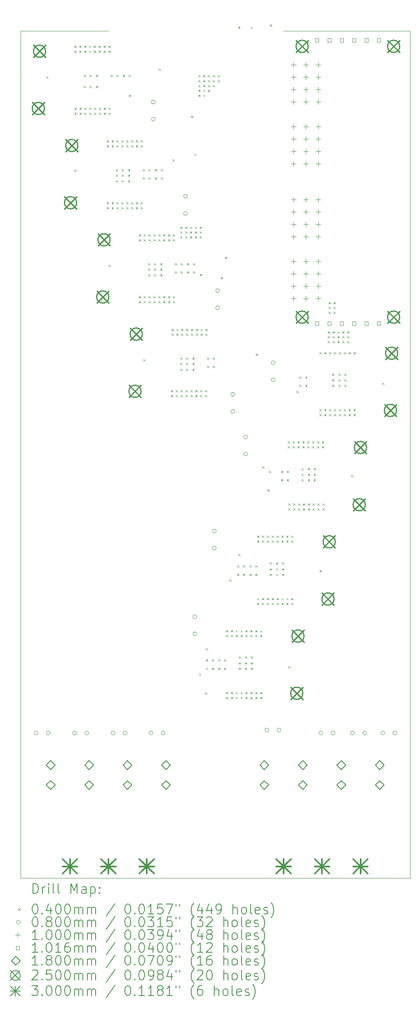
<source format=gbr>
%TF.GenerationSoftware,KiCad,Pcbnew,(6.0.7)*%
%TF.CreationDate,2023-09-05T12:05:13+01:00*%
%TF.ProjectId,CCC_rig_driver,4343435f-7269-4675-9f64-72697665722e,rev?*%
%TF.SameCoordinates,Original*%
%TF.FileFunction,Drillmap*%
%TF.FilePolarity,Positive*%
%FSLAX45Y45*%
G04 Gerber Fmt 4.5, Leading zero omitted, Abs format (unit mm)*
G04 Created by KiCad (PCBNEW (6.0.7)) date 2023-09-05 12:05:13*
%MOMM*%
%LPD*%
G01*
G04 APERTURE LIST*
%ADD10C,0.100000*%
%ADD11C,0.200000*%
%ADD12C,0.040000*%
%ADD13C,0.080000*%
%ADD14C,0.101600*%
%ADD15C,0.180000*%
%ADD16C,0.250000*%
%ADD17C,0.300000*%
G04 APERTURE END LIST*
D10*
X1199774Y-19399402D02*
X1199774Y-1999402D01*
X3006760Y-1999460D02*
X1199774Y-1999402D01*
X6593240Y-1999460D02*
X9199774Y-1999402D01*
X1199774Y-19399402D02*
X9199774Y-19399402D01*
X9199774Y-1999402D02*
X9199774Y-19399402D01*
D11*
D12*
X1730500Y-2931690D02*
X1770500Y-2971690D01*
X1770500Y-2931690D02*
X1730500Y-2971690D01*
X2304770Y-2304400D02*
X2344770Y-2344400D01*
X2344770Y-2304400D02*
X2304770Y-2344400D01*
X2304770Y-2404400D02*
X2344770Y-2444400D01*
X2344770Y-2404400D02*
X2304770Y-2444400D01*
X2306450Y-4846190D02*
X2346450Y-4886190D01*
X2346450Y-4846190D02*
X2306450Y-4886190D01*
X2309770Y-3579400D02*
X2349770Y-3619400D01*
X2349770Y-3579400D02*
X2309770Y-3619400D01*
X2309770Y-3679400D02*
X2349770Y-3719400D01*
X2349770Y-3679400D02*
X2309770Y-3719400D01*
X2404770Y-2304400D02*
X2444770Y-2344400D01*
X2444770Y-2304400D02*
X2404770Y-2344400D01*
X2404770Y-2404400D02*
X2444770Y-2444400D01*
X2444770Y-2404400D02*
X2404770Y-2444400D01*
X2409770Y-3579400D02*
X2449770Y-3619400D01*
X2449770Y-3579400D02*
X2409770Y-3619400D01*
X2409770Y-3679400D02*
X2449770Y-3719400D01*
X2449770Y-3679400D02*
X2409770Y-3719400D01*
X2499770Y-2899400D02*
X2539770Y-2939400D01*
X2539770Y-2899400D02*
X2499770Y-2939400D01*
X2499770Y-3129400D02*
X2539770Y-3169400D01*
X2539770Y-3129400D02*
X2499770Y-3169400D01*
X2504770Y-2304400D02*
X2544770Y-2344400D01*
X2544770Y-2304400D02*
X2504770Y-2344400D01*
X2504770Y-2404400D02*
X2544770Y-2444400D01*
X2544770Y-2404400D02*
X2504770Y-2444400D01*
X2509770Y-3579400D02*
X2549770Y-3619400D01*
X2549770Y-3579400D02*
X2509770Y-3619400D01*
X2509770Y-3679400D02*
X2549770Y-3719400D01*
X2549770Y-3679400D02*
X2509770Y-3719400D01*
X2604770Y-2304400D02*
X2644770Y-2344400D01*
X2644770Y-2304400D02*
X2604770Y-2344400D01*
X2604770Y-2404400D02*
X2644770Y-2444400D01*
X2644770Y-2404400D02*
X2604770Y-2444400D01*
X2609770Y-3579400D02*
X2649770Y-3619400D01*
X2649770Y-3579400D02*
X2609770Y-3619400D01*
X2609770Y-3679400D02*
X2649770Y-3719400D01*
X2649770Y-3679400D02*
X2609770Y-3719400D01*
X2619770Y-2899400D02*
X2659770Y-2939400D01*
X2659770Y-2899400D02*
X2619770Y-2939400D01*
X2619770Y-3129400D02*
X2659770Y-3169400D01*
X2659770Y-3129400D02*
X2619770Y-3169400D01*
X2704770Y-2304400D02*
X2744770Y-2344400D01*
X2744770Y-2304400D02*
X2704770Y-2344400D01*
X2704770Y-2404400D02*
X2744770Y-2444400D01*
X2744770Y-2404400D02*
X2704770Y-2444400D01*
X2709770Y-3579400D02*
X2749770Y-3619400D01*
X2749770Y-3579400D02*
X2709770Y-3619400D01*
X2709770Y-3679400D02*
X2749770Y-3719400D01*
X2749770Y-3679400D02*
X2709770Y-3719400D01*
X2749770Y-2899400D02*
X2789770Y-2939400D01*
X2789770Y-2899400D02*
X2749770Y-2939400D01*
X2749770Y-3129400D02*
X2789770Y-3169400D01*
X2789770Y-3129400D02*
X2749770Y-3169400D01*
X2804770Y-2304400D02*
X2844770Y-2344400D01*
X2844770Y-2304400D02*
X2804770Y-2344400D01*
X2804770Y-2404400D02*
X2844770Y-2444400D01*
X2844770Y-2404400D02*
X2804770Y-2444400D01*
X2809770Y-3579400D02*
X2849770Y-3619400D01*
X2849770Y-3579400D02*
X2809770Y-3619400D01*
X2809770Y-3679400D02*
X2849770Y-3719400D01*
X2849770Y-3679400D02*
X2809770Y-3719400D01*
X2904770Y-2304400D02*
X2944770Y-2344400D01*
X2944770Y-2304400D02*
X2904770Y-2344400D01*
X2904770Y-2404400D02*
X2944770Y-2444400D01*
X2944770Y-2404400D02*
X2904770Y-2444400D01*
X2909770Y-3579400D02*
X2949770Y-3619400D01*
X2949770Y-3579400D02*
X2909770Y-3619400D01*
X2909770Y-3679400D02*
X2949770Y-3719400D01*
X2949770Y-3679400D02*
X2909770Y-3719400D01*
X2969770Y-4249400D02*
X3009770Y-4289400D01*
X3009770Y-4249400D02*
X2969770Y-4289400D01*
X2969770Y-4349400D02*
X3009770Y-4389400D01*
X3009770Y-4349400D02*
X2969770Y-4389400D01*
X2969770Y-5519400D02*
X3009770Y-5559400D01*
X3009770Y-5519400D02*
X2969770Y-5559400D01*
X2969770Y-5619400D02*
X3009770Y-5659400D01*
X3009770Y-5619400D02*
X2969770Y-5659400D01*
X3004770Y-2304400D02*
X3044770Y-2344400D01*
X3044770Y-2304400D02*
X3004770Y-2344400D01*
X3004770Y-2404400D02*
X3044770Y-2444400D01*
X3044770Y-2404400D02*
X3004770Y-2444400D01*
X3005630Y-6805270D02*
X3045630Y-6845270D01*
X3045630Y-6805270D02*
X3005630Y-6845270D01*
X3009770Y-3579400D02*
X3049770Y-3619400D01*
X3049770Y-3579400D02*
X3009770Y-3619400D01*
X3009770Y-3679400D02*
X3049770Y-3719400D01*
X3049770Y-3679400D02*
X3009770Y-3719400D01*
X3049770Y-2899400D02*
X3089770Y-2939400D01*
X3089770Y-2899400D02*
X3049770Y-2939400D01*
X3069770Y-4249400D02*
X3109770Y-4289400D01*
X3109770Y-4249400D02*
X3069770Y-4289400D01*
X3069770Y-4349400D02*
X3109770Y-4389400D01*
X3109770Y-4349400D02*
X3069770Y-4389400D01*
X3069770Y-5519400D02*
X3109770Y-5559400D01*
X3109770Y-5519400D02*
X3069770Y-5559400D01*
X3069770Y-5619400D02*
X3109770Y-5659400D01*
X3109770Y-5619400D02*
X3069770Y-5659400D01*
X3159770Y-4839400D02*
X3199770Y-4879400D01*
X3199770Y-4839400D02*
X3159770Y-4879400D01*
X3159770Y-4949400D02*
X3199770Y-4989400D01*
X3199770Y-4949400D02*
X3159770Y-4989400D01*
X3159770Y-5069400D02*
X3199770Y-5109400D01*
X3199770Y-5069400D02*
X3159770Y-5109400D01*
X3169770Y-2899400D02*
X3209770Y-2939400D01*
X3209770Y-2899400D02*
X3169770Y-2939400D01*
X3169770Y-4249400D02*
X3209770Y-4289400D01*
X3209770Y-4249400D02*
X3169770Y-4289400D01*
X3169770Y-4349400D02*
X3209770Y-4389400D01*
X3209770Y-4349400D02*
X3169770Y-4389400D01*
X3169770Y-5519400D02*
X3209770Y-5559400D01*
X3209770Y-5519400D02*
X3169770Y-5559400D01*
X3169770Y-5619400D02*
X3209770Y-5659400D01*
X3209770Y-5619400D02*
X3169770Y-5659400D01*
X3269770Y-4249400D02*
X3309770Y-4289400D01*
X3309770Y-4249400D02*
X3269770Y-4289400D01*
X3269770Y-4349400D02*
X3309770Y-4389400D01*
X3309770Y-4349400D02*
X3269770Y-4389400D01*
X3269770Y-5519400D02*
X3309770Y-5559400D01*
X3309770Y-5519400D02*
X3269770Y-5559400D01*
X3269770Y-5619400D02*
X3309770Y-5659400D01*
X3309770Y-5619400D02*
X3269770Y-5659400D01*
X3279770Y-4839400D02*
X3319770Y-4879400D01*
X3319770Y-4839400D02*
X3279770Y-4879400D01*
X3279770Y-4949400D02*
X3319770Y-4989400D01*
X3319770Y-4949400D02*
X3279770Y-4989400D01*
X3279770Y-5069400D02*
X3319770Y-5109400D01*
X3319770Y-5069400D02*
X3279770Y-5109400D01*
X3299770Y-2899400D02*
X3339770Y-2939400D01*
X3339770Y-2899400D02*
X3299770Y-2939400D01*
X3369770Y-4249400D02*
X3409770Y-4289400D01*
X3409770Y-4249400D02*
X3369770Y-4289400D01*
X3369770Y-4349400D02*
X3409770Y-4389400D01*
X3409770Y-4349400D02*
X3369770Y-4389400D01*
X3369770Y-5519400D02*
X3409770Y-5559400D01*
X3409770Y-5519400D02*
X3369770Y-5559400D01*
X3369770Y-5619400D02*
X3409770Y-5659400D01*
X3409770Y-5619400D02*
X3369770Y-5659400D01*
X3409770Y-4839400D02*
X3449770Y-4879400D01*
X3449770Y-4839400D02*
X3409770Y-4879400D01*
X3409770Y-4949400D02*
X3449770Y-4989400D01*
X3449770Y-4949400D02*
X3409770Y-4989400D01*
X3409770Y-5069400D02*
X3449770Y-5109400D01*
X3449770Y-5069400D02*
X3409770Y-5109400D01*
X3419770Y-2899400D02*
X3459770Y-2939400D01*
X3459770Y-2899400D02*
X3419770Y-2939400D01*
X3421750Y-3310340D02*
X3461750Y-3350340D01*
X3461750Y-3310340D02*
X3421750Y-3350340D01*
X3469770Y-4249400D02*
X3509770Y-4289400D01*
X3509770Y-4249400D02*
X3469770Y-4289400D01*
X3469770Y-4349400D02*
X3509770Y-4389400D01*
X3509770Y-4349400D02*
X3469770Y-4389400D01*
X3469770Y-5519400D02*
X3509770Y-5559400D01*
X3509770Y-5519400D02*
X3469770Y-5559400D01*
X3469770Y-5619400D02*
X3509770Y-5659400D01*
X3509770Y-5619400D02*
X3469770Y-5659400D01*
X3569770Y-4249400D02*
X3609770Y-4289400D01*
X3609770Y-4249400D02*
X3569770Y-4289400D01*
X3569770Y-4349400D02*
X3609770Y-4389400D01*
X3609770Y-4349400D02*
X3569770Y-4389400D01*
X3569770Y-5519400D02*
X3609770Y-5559400D01*
X3609770Y-5519400D02*
X3569770Y-5559400D01*
X3569770Y-5619400D02*
X3609770Y-5659400D01*
X3609770Y-5619400D02*
X3569770Y-5659400D01*
X3629770Y-6179400D02*
X3669770Y-6219400D01*
X3669770Y-6179400D02*
X3629770Y-6219400D01*
X3629770Y-6279400D02*
X3669770Y-6319400D01*
X3669770Y-6279400D02*
X3629770Y-6319400D01*
X3629770Y-7449400D02*
X3669770Y-7489400D01*
X3669770Y-7449400D02*
X3629770Y-7489400D01*
X3629770Y-7549400D02*
X3669770Y-7589400D01*
X3669770Y-7549400D02*
X3629770Y-7589400D01*
X3669770Y-4249400D02*
X3709770Y-4289400D01*
X3709770Y-4249400D02*
X3669770Y-4289400D01*
X3669770Y-4349400D02*
X3709770Y-4389400D01*
X3709770Y-4349400D02*
X3669770Y-4389400D01*
X3669770Y-5519400D02*
X3709770Y-5559400D01*
X3709770Y-5519400D02*
X3669770Y-5559400D01*
X3669770Y-5619400D02*
X3709770Y-5659400D01*
X3709770Y-5619400D02*
X3669770Y-5659400D01*
X3709770Y-4839400D02*
X3749770Y-4879400D01*
X3749770Y-4839400D02*
X3709770Y-4879400D01*
X3709770Y-5009400D02*
X3749770Y-5049400D01*
X3749770Y-5009400D02*
X3709770Y-5049400D01*
X3716080Y-8741480D02*
X3756080Y-8781480D01*
X3756080Y-8741480D02*
X3716080Y-8781480D01*
X3729770Y-6179400D02*
X3769770Y-6219400D01*
X3769770Y-6179400D02*
X3729770Y-6219400D01*
X3729770Y-6279400D02*
X3769770Y-6319400D01*
X3769770Y-6279400D02*
X3729770Y-6319400D01*
X3729770Y-7449400D02*
X3769770Y-7489400D01*
X3769770Y-7449400D02*
X3729770Y-7489400D01*
X3729770Y-7549400D02*
X3769770Y-7589400D01*
X3769770Y-7549400D02*
X3729770Y-7589400D01*
X3819770Y-6769400D02*
X3859770Y-6809400D01*
X3859770Y-6769400D02*
X3819770Y-6809400D01*
X3819770Y-6879400D02*
X3859770Y-6919400D01*
X3859770Y-6879400D02*
X3819770Y-6919400D01*
X3819770Y-6999400D02*
X3859770Y-7039400D01*
X3859770Y-6999400D02*
X3819770Y-7039400D01*
X3829770Y-4839400D02*
X3869770Y-4879400D01*
X3869770Y-4839400D02*
X3829770Y-4879400D01*
X3829770Y-5009400D02*
X3869770Y-5049400D01*
X3869770Y-5009400D02*
X3829770Y-5049400D01*
X3829770Y-6179400D02*
X3869770Y-6219400D01*
X3869770Y-6179400D02*
X3829770Y-6219400D01*
X3829770Y-6279400D02*
X3869770Y-6319400D01*
X3869770Y-6279400D02*
X3829770Y-6319400D01*
X3829770Y-7449400D02*
X3869770Y-7489400D01*
X3869770Y-7449400D02*
X3829770Y-7489400D01*
X3829770Y-7549400D02*
X3869770Y-7589400D01*
X3869770Y-7549400D02*
X3829770Y-7589400D01*
X3929770Y-6179400D02*
X3969770Y-6219400D01*
X3969770Y-6179400D02*
X3929770Y-6219400D01*
X3929770Y-6279400D02*
X3969770Y-6319400D01*
X3969770Y-6279400D02*
X3929770Y-6319400D01*
X3929770Y-7449400D02*
X3969770Y-7489400D01*
X3969770Y-7449400D02*
X3929770Y-7489400D01*
X3929770Y-7549400D02*
X3969770Y-7589400D01*
X3969770Y-7549400D02*
X3929770Y-7589400D01*
X3939770Y-6769400D02*
X3979770Y-6809400D01*
X3979770Y-6769400D02*
X3939770Y-6809400D01*
X3939770Y-6879400D02*
X3979770Y-6919400D01*
X3979770Y-6879400D02*
X3939770Y-6919400D01*
X3939770Y-6999400D02*
X3979770Y-7039400D01*
X3979770Y-6999400D02*
X3939770Y-7039400D01*
X3959770Y-4839400D02*
X3999770Y-4879400D01*
X3999770Y-4839400D02*
X3959770Y-4879400D01*
X3959770Y-5009400D02*
X3999770Y-5049400D01*
X3999770Y-5009400D02*
X3959770Y-5049400D01*
X4029770Y-6179400D02*
X4069770Y-6219400D01*
X4069770Y-6179400D02*
X4029770Y-6219400D01*
X4029770Y-6279400D02*
X4069770Y-6319400D01*
X4069770Y-6279400D02*
X4029770Y-6319400D01*
X4029770Y-7449400D02*
X4069770Y-7489400D01*
X4069770Y-7449400D02*
X4029770Y-7489400D01*
X4029770Y-7549400D02*
X4069770Y-7589400D01*
X4069770Y-7549400D02*
X4029770Y-7589400D01*
X4037300Y-2770410D02*
X4077300Y-2810410D01*
X4077300Y-2770410D02*
X4037300Y-2810410D01*
X4069770Y-6769400D02*
X4109770Y-6809400D01*
X4109770Y-6769400D02*
X4069770Y-6809400D01*
X4069770Y-6879400D02*
X4109770Y-6919400D01*
X4109770Y-6879400D02*
X4069770Y-6919400D01*
X4069770Y-6999400D02*
X4109770Y-7039400D01*
X4109770Y-6999400D02*
X4069770Y-7039400D01*
X4079770Y-4839400D02*
X4119770Y-4879400D01*
X4119770Y-4839400D02*
X4079770Y-4879400D01*
X4079770Y-5009400D02*
X4119770Y-5049400D01*
X4119770Y-5009400D02*
X4079770Y-5049400D01*
X4129770Y-6179400D02*
X4169770Y-6219400D01*
X4169770Y-6179400D02*
X4129770Y-6219400D01*
X4129770Y-6279400D02*
X4169770Y-6319400D01*
X4169770Y-6279400D02*
X4129770Y-6319400D01*
X4129770Y-7449400D02*
X4169770Y-7489400D01*
X4169770Y-7449400D02*
X4129770Y-7489400D01*
X4129770Y-7549400D02*
X4169770Y-7589400D01*
X4169770Y-7549400D02*
X4129770Y-7589400D01*
X4229770Y-6179400D02*
X4269770Y-6219400D01*
X4269770Y-6179400D02*
X4229770Y-6219400D01*
X4229770Y-6279400D02*
X4269770Y-6319400D01*
X4269770Y-6279400D02*
X4229770Y-6319400D01*
X4229770Y-7449400D02*
X4269770Y-7489400D01*
X4269770Y-7449400D02*
X4229770Y-7489400D01*
X4229770Y-7549400D02*
X4269770Y-7589400D01*
X4269770Y-7549400D02*
X4229770Y-7589400D01*
X4289770Y-9379400D02*
X4329770Y-9419400D01*
X4329770Y-9379400D02*
X4289770Y-9419400D01*
X4289770Y-9479400D02*
X4329770Y-9519400D01*
X4329770Y-9479400D02*
X4289770Y-9519400D01*
X4299770Y-8119400D02*
X4339770Y-8159400D01*
X4339770Y-8119400D02*
X4299770Y-8159400D01*
X4299770Y-8219400D02*
X4339770Y-8259400D01*
X4339770Y-8219400D02*
X4299770Y-8259400D01*
X4317690Y-4638270D02*
X4357690Y-4678270D01*
X4357690Y-4638270D02*
X4317690Y-4678270D01*
X4329770Y-6179400D02*
X4369770Y-6219400D01*
X4369770Y-6179400D02*
X4329770Y-6219400D01*
X4329770Y-6279400D02*
X4369770Y-6319400D01*
X4369770Y-6279400D02*
X4329770Y-6319400D01*
X4329770Y-7449400D02*
X4369770Y-7489400D01*
X4369770Y-7449400D02*
X4329770Y-7489400D01*
X4329770Y-7549400D02*
X4369770Y-7589400D01*
X4369770Y-7549400D02*
X4329770Y-7589400D01*
X4369770Y-6769400D02*
X4409770Y-6809400D01*
X4409770Y-6769400D02*
X4369770Y-6809400D01*
X4369770Y-6939400D02*
X4409770Y-6979400D01*
X4409770Y-6939400D02*
X4369770Y-6979400D01*
X4389770Y-9379400D02*
X4429770Y-9419400D01*
X4429770Y-9379400D02*
X4389770Y-9419400D01*
X4389770Y-9479400D02*
X4429770Y-9519400D01*
X4429770Y-9479400D02*
X4389770Y-9519400D01*
X4399770Y-8119400D02*
X4439770Y-8159400D01*
X4439770Y-8119400D02*
X4399770Y-8159400D01*
X4399770Y-8219400D02*
X4439770Y-8259400D01*
X4439770Y-8219400D02*
X4399770Y-8259400D01*
X4479770Y-8709400D02*
X4519770Y-8749400D01*
X4519770Y-8709400D02*
X4479770Y-8749400D01*
X4479770Y-8819400D02*
X4519770Y-8859400D01*
X4519770Y-8819400D02*
X4479770Y-8859400D01*
X4479770Y-8939400D02*
X4519770Y-8979400D01*
X4519770Y-8939400D02*
X4479770Y-8979400D01*
X4480000Y-6020000D02*
X4520000Y-6060000D01*
X4520000Y-6020000D02*
X4480000Y-6060000D01*
X4480000Y-6120000D02*
X4520000Y-6160000D01*
X4520000Y-6120000D02*
X4480000Y-6160000D01*
X4480000Y-6220000D02*
X4520000Y-6260000D01*
X4520000Y-6220000D02*
X4480000Y-6260000D01*
X4489770Y-6769400D02*
X4529770Y-6809400D01*
X4529770Y-6769400D02*
X4489770Y-6809400D01*
X4489770Y-6939400D02*
X4529770Y-6979400D01*
X4529770Y-6939400D02*
X4489770Y-6979400D01*
X4489770Y-9379400D02*
X4529770Y-9419400D01*
X4529770Y-9379400D02*
X4489770Y-9419400D01*
X4489770Y-9479400D02*
X4529770Y-9519400D01*
X4529770Y-9479400D02*
X4489770Y-9519400D01*
X4499770Y-8119400D02*
X4539770Y-8159400D01*
X4539770Y-8119400D02*
X4499770Y-8159400D01*
X4499770Y-8219400D02*
X4539770Y-8259400D01*
X4539770Y-8219400D02*
X4499770Y-8259400D01*
X4580000Y-6020000D02*
X4620000Y-6060000D01*
X4620000Y-6020000D02*
X4580000Y-6060000D01*
X4580000Y-6120000D02*
X4620000Y-6160000D01*
X4620000Y-6120000D02*
X4580000Y-6160000D01*
X4580000Y-6220000D02*
X4620000Y-6260000D01*
X4620000Y-6220000D02*
X4580000Y-6260000D01*
X4589770Y-9379400D02*
X4629770Y-9419400D01*
X4629770Y-9379400D02*
X4589770Y-9419400D01*
X4589770Y-9479400D02*
X4629770Y-9519400D01*
X4629770Y-9479400D02*
X4589770Y-9519400D01*
X4599770Y-8119400D02*
X4639770Y-8159400D01*
X4639770Y-8119400D02*
X4599770Y-8159400D01*
X4599770Y-8219400D02*
X4639770Y-8259400D01*
X4639770Y-8219400D02*
X4599770Y-8259400D01*
X4599770Y-8709400D02*
X4639770Y-8749400D01*
X4639770Y-8709400D02*
X4599770Y-8749400D01*
X4599770Y-8819400D02*
X4639770Y-8859400D01*
X4639770Y-8819400D02*
X4599770Y-8859400D01*
X4599770Y-8939400D02*
X4639770Y-8979400D01*
X4639770Y-8939400D02*
X4599770Y-8979400D01*
X4619770Y-6769400D02*
X4659770Y-6809400D01*
X4659770Y-6769400D02*
X4619770Y-6809400D01*
X4619770Y-6939400D02*
X4659770Y-6979400D01*
X4659770Y-6939400D02*
X4619770Y-6979400D01*
X4680000Y-6020000D02*
X4720000Y-6060000D01*
X4720000Y-6020000D02*
X4680000Y-6060000D01*
X4680000Y-6120000D02*
X4720000Y-6160000D01*
X4720000Y-6120000D02*
X4680000Y-6160000D01*
X4680000Y-6220000D02*
X4720000Y-6260000D01*
X4720000Y-6220000D02*
X4680000Y-6260000D01*
X4689770Y-9379400D02*
X4729770Y-9419400D01*
X4729770Y-9379400D02*
X4689770Y-9419400D01*
X4689770Y-9479400D02*
X4729770Y-9519400D01*
X4729770Y-9479400D02*
X4689770Y-9519400D01*
X4699770Y-8119400D02*
X4739770Y-8159400D01*
X4739770Y-8119400D02*
X4699770Y-8159400D01*
X4699770Y-8219400D02*
X4739770Y-8259400D01*
X4739770Y-8219400D02*
X4699770Y-8259400D01*
X4702360Y-3743840D02*
X4742360Y-3783840D01*
X4742360Y-3743840D02*
X4702360Y-3783840D01*
X4729770Y-8709400D02*
X4769770Y-8749400D01*
X4769770Y-8709400D02*
X4729770Y-8749400D01*
X4729770Y-8819400D02*
X4769770Y-8859400D01*
X4769770Y-8819400D02*
X4729770Y-8859400D01*
X4729770Y-8939400D02*
X4769770Y-8979400D01*
X4769770Y-8939400D02*
X4729770Y-8979400D01*
X4739770Y-6769400D02*
X4779770Y-6809400D01*
X4779770Y-6769400D02*
X4739770Y-6809400D01*
X4739770Y-6939400D02*
X4779770Y-6979400D01*
X4779770Y-6939400D02*
X4739770Y-6979400D01*
X4772860Y-4522340D02*
X4812860Y-4562340D01*
X4812860Y-4522340D02*
X4772860Y-4562340D01*
X4780000Y-6020000D02*
X4820000Y-6060000D01*
X4820000Y-6020000D02*
X4780000Y-6060000D01*
X4780000Y-6120000D02*
X4820000Y-6160000D01*
X4820000Y-6120000D02*
X4780000Y-6160000D01*
X4780000Y-6220000D02*
X4820000Y-6260000D01*
X4820000Y-6220000D02*
X4780000Y-6260000D01*
X4789770Y-9379400D02*
X4829770Y-9419400D01*
X4829770Y-9379400D02*
X4789770Y-9419400D01*
X4789770Y-9479400D02*
X4829770Y-9519400D01*
X4829770Y-9479400D02*
X4789770Y-9519400D01*
X4799770Y-8119400D02*
X4839770Y-8159400D01*
X4839770Y-8119400D02*
X4799770Y-8159400D01*
X4799770Y-8219400D02*
X4839770Y-8259400D01*
X4839770Y-8219400D02*
X4799770Y-8259400D01*
X4850000Y-2910000D02*
X4890000Y-2950000D01*
X4890000Y-2910000D02*
X4850000Y-2950000D01*
X4850000Y-3010000D02*
X4890000Y-3050000D01*
X4890000Y-3010000D02*
X4850000Y-3050000D01*
X4850000Y-3110000D02*
X4890000Y-3150000D01*
X4890000Y-3110000D02*
X4850000Y-3150000D01*
X4850000Y-3210000D02*
X4890000Y-3250000D01*
X4890000Y-3210000D02*
X4850000Y-3250000D01*
X4850000Y-3310000D02*
X4890000Y-3350000D01*
X4890000Y-3310000D02*
X4850000Y-3350000D01*
X4864700Y-15198170D02*
X4904700Y-15238170D01*
X4904700Y-15198170D02*
X4864700Y-15238170D01*
X4880000Y-6020000D02*
X4920000Y-6060000D01*
X4920000Y-6020000D02*
X4880000Y-6060000D01*
X4880000Y-6120000D02*
X4920000Y-6160000D01*
X4920000Y-6120000D02*
X4880000Y-6160000D01*
X4880000Y-6220000D02*
X4920000Y-6260000D01*
X4920000Y-6220000D02*
X4880000Y-6260000D01*
X4882720Y-6991700D02*
X4922720Y-7031700D01*
X4922720Y-6991700D02*
X4882720Y-7031700D01*
X4889770Y-9379400D02*
X4929770Y-9419400D01*
X4929770Y-9379400D02*
X4889770Y-9419400D01*
X4889770Y-9479400D02*
X4929770Y-9519400D01*
X4929770Y-9479400D02*
X4889770Y-9519400D01*
X4899770Y-8119400D02*
X4939770Y-8159400D01*
X4939770Y-8119400D02*
X4899770Y-8159400D01*
X4899770Y-8219400D02*
X4939770Y-8259400D01*
X4939770Y-8219400D02*
X4899770Y-8259400D01*
X4950000Y-2910000D02*
X4990000Y-2950000D01*
X4990000Y-2910000D02*
X4950000Y-2950000D01*
X4950000Y-3010000D02*
X4990000Y-3050000D01*
X4990000Y-3010000D02*
X4950000Y-3050000D01*
X4950000Y-3110000D02*
X4990000Y-3150000D01*
X4990000Y-3110000D02*
X4950000Y-3150000D01*
X4950000Y-3210000D02*
X4990000Y-3250000D01*
X4990000Y-3210000D02*
X4950000Y-3250000D01*
X4950000Y-3310000D02*
X4990000Y-3350000D01*
X4990000Y-3310000D02*
X4950000Y-3350000D01*
X4987710Y-15582660D02*
X5027710Y-15622660D01*
X5027710Y-15582660D02*
X4987710Y-15622660D01*
X4989770Y-9379400D02*
X5029770Y-9419400D01*
X5029770Y-9379400D02*
X4989770Y-9419400D01*
X4989770Y-9479400D02*
X5029770Y-9519400D01*
X5029770Y-9479400D02*
X4989770Y-9519400D01*
X4999770Y-8119400D02*
X5039770Y-8159400D01*
X5039770Y-8119400D02*
X4999770Y-8159400D01*
X4999770Y-8219400D02*
X5039770Y-8259400D01*
X5039770Y-8219400D02*
X4999770Y-8259400D01*
X5004770Y-14674700D02*
X5044770Y-14714700D01*
X5044770Y-14674700D02*
X5004770Y-14714700D01*
X5009770Y-14908600D02*
X5049770Y-14948600D01*
X5049770Y-14908600D02*
X5009770Y-14948600D01*
X5009770Y-15078600D02*
X5049770Y-15118600D01*
X5049770Y-15078600D02*
X5009770Y-15118600D01*
X5029770Y-8709400D02*
X5069770Y-8749400D01*
X5069770Y-8709400D02*
X5029770Y-8749400D01*
X5029770Y-8879400D02*
X5069770Y-8919400D01*
X5069770Y-8879400D02*
X5029770Y-8919400D01*
X5050000Y-2910000D02*
X5090000Y-2950000D01*
X5090000Y-2910000D02*
X5050000Y-2950000D01*
X5050000Y-3010000D02*
X5090000Y-3050000D01*
X5090000Y-3010000D02*
X5050000Y-3050000D01*
X5050000Y-3110000D02*
X5090000Y-3150000D01*
X5090000Y-3110000D02*
X5050000Y-3150000D01*
X5050000Y-3210000D02*
X5090000Y-3250000D01*
X5090000Y-3210000D02*
X5050000Y-3250000D01*
X5129770Y-14908600D02*
X5169770Y-14948600D01*
X5169770Y-14908600D02*
X5129770Y-14948600D01*
X5129770Y-15078600D02*
X5169770Y-15118600D01*
X5169770Y-15078600D02*
X5129770Y-15118600D01*
X5149770Y-8709400D02*
X5189770Y-8749400D01*
X5189770Y-8709400D02*
X5149770Y-8749400D01*
X5149770Y-8879400D02*
X5189770Y-8919400D01*
X5189770Y-8879400D02*
X5149770Y-8919400D01*
X5150000Y-2910000D02*
X5190000Y-2950000D01*
X5190000Y-2910000D02*
X5150000Y-2950000D01*
X5150000Y-3010000D02*
X5190000Y-3050000D01*
X5190000Y-3010000D02*
X5150000Y-3050000D01*
X5150000Y-3110000D02*
X5190000Y-3150000D01*
X5190000Y-3110000D02*
X5150000Y-3150000D01*
X5250000Y-2910000D02*
X5290000Y-2950000D01*
X5290000Y-2910000D02*
X5250000Y-2950000D01*
X5250000Y-3010000D02*
X5290000Y-3050000D01*
X5290000Y-3010000D02*
X5250000Y-3050000D01*
X5259770Y-14908600D02*
X5299770Y-14948600D01*
X5299770Y-14908600D02*
X5259770Y-14948600D01*
X5259770Y-15078600D02*
X5299770Y-15118600D01*
X5299770Y-15078600D02*
X5259770Y-15118600D01*
X5315280Y-7055110D02*
X5355280Y-7095110D01*
X5355280Y-7055110D02*
X5315280Y-7095110D01*
X5379770Y-14908600D02*
X5419770Y-14948600D01*
X5419770Y-14908600D02*
X5379770Y-14948600D01*
X5379770Y-15078600D02*
X5419770Y-15118600D01*
X5419770Y-15078600D02*
X5379770Y-15118600D01*
X5398440Y-6641590D02*
X5438440Y-6681590D01*
X5438440Y-6641590D02*
X5398440Y-6681590D01*
X5419770Y-14308600D02*
X5459770Y-14348600D01*
X5459770Y-14308600D02*
X5419770Y-14348600D01*
X5419770Y-14408600D02*
X5459770Y-14448600D01*
X5459770Y-14408600D02*
X5419770Y-14448600D01*
X5420000Y-15580000D02*
X5460000Y-15620000D01*
X5460000Y-15580000D02*
X5420000Y-15620000D01*
X5420000Y-15680000D02*
X5460000Y-15720000D01*
X5460000Y-15680000D02*
X5420000Y-15720000D01*
X5490580Y-13263760D02*
X5530580Y-13303760D01*
X5530580Y-13263760D02*
X5490580Y-13303760D01*
X5519770Y-14308600D02*
X5559770Y-14348600D01*
X5559770Y-14308600D02*
X5519770Y-14348600D01*
X5519770Y-14408600D02*
X5559770Y-14448600D01*
X5559770Y-14408600D02*
X5519770Y-14448600D01*
X5520000Y-15580000D02*
X5560000Y-15620000D01*
X5560000Y-15580000D02*
X5520000Y-15620000D01*
X5520000Y-15680000D02*
X5560000Y-15720000D01*
X5560000Y-15680000D02*
X5520000Y-15720000D01*
X5619770Y-14308600D02*
X5659770Y-14348600D01*
X5659770Y-14308600D02*
X5619770Y-14348600D01*
X5619770Y-14408600D02*
X5659770Y-14448600D01*
X5659770Y-14408600D02*
X5619770Y-14448600D01*
X5620000Y-15580000D02*
X5660000Y-15620000D01*
X5660000Y-15580000D02*
X5620000Y-15620000D01*
X5620000Y-15680000D02*
X5660000Y-15720000D01*
X5660000Y-15680000D02*
X5620000Y-15720000D01*
X5649770Y-12978600D02*
X5689770Y-13018600D01*
X5689770Y-12978600D02*
X5649770Y-13018600D01*
X5649770Y-13148600D02*
X5689770Y-13188600D01*
X5689770Y-13148600D02*
X5649770Y-13188600D01*
X5669000Y-1911780D02*
X5709000Y-1951780D01*
X5709000Y-1911780D02*
X5669000Y-1951780D01*
X5675150Y-12740030D02*
X5715150Y-12780030D01*
X5715150Y-12740030D02*
X5675150Y-12780030D01*
X5679770Y-14848600D02*
X5719770Y-14888600D01*
X5719770Y-14848600D02*
X5679770Y-14888600D01*
X5679770Y-14968600D02*
X5719770Y-15008600D01*
X5719770Y-14968600D02*
X5679770Y-15008600D01*
X5679770Y-15078600D02*
X5719770Y-15118600D01*
X5719770Y-15078600D02*
X5679770Y-15118600D01*
X5719770Y-14308600D02*
X5759770Y-14348600D01*
X5759770Y-14308600D02*
X5719770Y-14348600D01*
X5719770Y-14408600D02*
X5759770Y-14448600D01*
X5759770Y-14408600D02*
X5719770Y-14448600D01*
X5720000Y-15580000D02*
X5760000Y-15620000D01*
X5760000Y-15580000D02*
X5720000Y-15620000D01*
X5720000Y-15680000D02*
X5760000Y-15720000D01*
X5760000Y-15680000D02*
X5720000Y-15720000D01*
X5769770Y-12978600D02*
X5809770Y-13018600D01*
X5809770Y-12978600D02*
X5769770Y-13018600D01*
X5769770Y-13148600D02*
X5809770Y-13188600D01*
X5809770Y-13148600D02*
X5769770Y-13188600D01*
X5809770Y-14848600D02*
X5849770Y-14888600D01*
X5849770Y-14848600D02*
X5809770Y-14888600D01*
X5809770Y-14968600D02*
X5849770Y-15008600D01*
X5849770Y-14968600D02*
X5809770Y-15008600D01*
X5809770Y-15078600D02*
X5849770Y-15118600D01*
X5849770Y-15078600D02*
X5809770Y-15118600D01*
X5819770Y-14308600D02*
X5859770Y-14348600D01*
X5859770Y-14308600D02*
X5819770Y-14348600D01*
X5819770Y-14408600D02*
X5859770Y-14448600D01*
X5859770Y-14408600D02*
X5819770Y-14448600D01*
X5820000Y-15580000D02*
X5860000Y-15620000D01*
X5860000Y-15580000D02*
X5820000Y-15620000D01*
X5820000Y-15680000D02*
X5860000Y-15720000D01*
X5860000Y-15680000D02*
X5820000Y-15720000D01*
X5899770Y-12978600D02*
X5939770Y-13018600D01*
X5939770Y-12978600D02*
X5899770Y-13018600D01*
X5899770Y-13148600D02*
X5939770Y-13188600D01*
X5939770Y-13148600D02*
X5899770Y-13188600D01*
X5919770Y-14308600D02*
X5959770Y-14348600D01*
X5959770Y-14308600D02*
X5919770Y-14348600D01*
X5919770Y-14408600D02*
X5959770Y-14448600D01*
X5959770Y-14408600D02*
X5919770Y-14448600D01*
X5920000Y-15580000D02*
X5960000Y-15620000D01*
X5960000Y-15580000D02*
X5920000Y-15620000D01*
X5920000Y-15680000D02*
X5960000Y-15720000D01*
X5960000Y-15680000D02*
X5920000Y-15720000D01*
X5923000Y-1913790D02*
X5963000Y-1953790D01*
X5963000Y-1913790D02*
X5923000Y-1953790D01*
X5929770Y-14848600D02*
X5969770Y-14888600D01*
X5969770Y-14848600D02*
X5929770Y-14888600D01*
X5929770Y-14968600D02*
X5969770Y-15008600D01*
X5969770Y-14968600D02*
X5929770Y-15008600D01*
X5929770Y-15078600D02*
X5969770Y-15118600D01*
X5969770Y-15078600D02*
X5929770Y-15118600D01*
X6019770Y-12978600D02*
X6059770Y-13018600D01*
X6059770Y-12978600D02*
X6019770Y-13018600D01*
X6019770Y-13148600D02*
X6059770Y-13188600D01*
X6059770Y-13148600D02*
X6019770Y-13188600D01*
X6019770Y-14308600D02*
X6059770Y-14348600D01*
X6059770Y-14308600D02*
X6019770Y-14348600D01*
X6019770Y-14408600D02*
X6059770Y-14448600D01*
X6059770Y-14408600D02*
X6019770Y-14448600D01*
X6020000Y-15580000D02*
X6060000Y-15620000D01*
X6060000Y-15580000D02*
X6020000Y-15620000D01*
X6020000Y-15680000D02*
X6060000Y-15720000D01*
X6060000Y-15680000D02*
X6020000Y-15720000D01*
X6026680Y-8628280D02*
X6066680Y-8668280D01*
X6066680Y-8628280D02*
X6026680Y-8668280D01*
X6059770Y-12368600D02*
X6099770Y-12408600D01*
X6099770Y-12368600D02*
X6059770Y-12408600D01*
X6059770Y-12468600D02*
X6099770Y-12508600D01*
X6099770Y-12468600D02*
X6059770Y-12508600D01*
X6059770Y-13648600D02*
X6099770Y-13688600D01*
X6099770Y-13648600D02*
X6059770Y-13688600D01*
X6059770Y-13748600D02*
X6099770Y-13788600D01*
X6099770Y-13748600D02*
X6059770Y-13788600D01*
X6119770Y-14308600D02*
X6159770Y-14348600D01*
X6159770Y-14308600D02*
X6119770Y-14348600D01*
X6119770Y-14408600D02*
X6159770Y-14448600D01*
X6159770Y-14408600D02*
X6119770Y-14448600D01*
X6120000Y-15580000D02*
X6160000Y-15620000D01*
X6160000Y-15580000D02*
X6120000Y-15620000D01*
X6120000Y-15680000D02*
X6160000Y-15720000D01*
X6160000Y-15680000D02*
X6120000Y-15720000D01*
X6159770Y-12368600D02*
X6199770Y-12408600D01*
X6199770Y-12368600D02*
X6159770Y-12408600D01*
X6159770Y-12468600D02*
X6199770Y-12508600D01*
X6199770Y-12468600D02*
X6159770Y-12508600D01*
X6159770Y-13648600D02*
X6199770Y-13688600D01*
X6199770Y-13648600D02*
X6159770Y-13688600D01*
X6159770Y-13748600D02*
X6199770Y-13788600D01*
X6199770Y-13748600D02*
X6159770Y-13788600D01*
X6162340Y-10940910D02*
X6202340Y-10980910D01*
X6202340Y-10940910D02*
X6162340Y-10980910D01*
X6259770Y-12368600D02*
X6299770Y-12408600D01*
X6299770Y-12368600D02*
X6259770Y-12408600D01*
X6259770Y-12468600D02*
X6299770Y-12508600D01*
X6299770Y-12468600D02*
X6259770Y-12508600D01*
X6259770Y-13648600D02*
X6299770Y-13688600D01*
X6299770Y-13648600D02*
X6259770Y-13688600D01*
X6259770Y-13748600D02*
X6299770Y-13788600D01*
X6299770Y-13748600D02*
X6259770Y-13788600D01*
X6271060Y-11417440D02*
X6311060Y-11457440D01*
X6311060Y-11417440D02*
X6271060Y-11457440D01*
X6299770Y-11038600D02*
X6339770Y-11078600D01*
X6339770Y-11038600D02*
X6299770Y-11078600D01*
X6319770Y-12918600D02*
X6359770Y-12958600D01*
X6359770Y-12918600D02*
X6319770Y-12958600D01*
X6319770Y-13038600D02*
X6359770Y-13078600D01*
X6359770Y-13038600D02*
X6319770Y-13078600D01*
X6319770Y-13148600D02*
X6359770Y-13188600D01*
X6359770Y-13148600D02*
X6319770Y-13188600D01*
X6321310Y-1865110D02*
X6361310Y-1905110D01*
X6361310Y-1865110D02*
X6321310Y-1905110D01*
X6359770Y-12368600D02*
X6399770Y-12408600D01*
X6399770Y-12368600D02*
X6359770Y-12408600D01*
X6359770Y-12468600D02*
X6399770Y-12508600D01*
X6399770Y-12468600D02*
X6359770Y-12508600D01*
X6359770Y-13648600D02*
X6399770Y-13688600D01*
X6399770Y-13648600D02*
X6359770Y-13688600D01*
X6359770Y-13748600D02*
X6399770Y-13788600D01*
X6399770Y-13748600D02*
X6359770Y-13788600D01*
X6449770Y-12918600D02*
X6489770Y-12958600D01*
X6489770Y-12918600D02*
X6449770Y-12958600D01*
X6449770Y-13038600D02*
X6489770Y-13078600D01*
X6489770Y-13038600D02*
X6449770Y-13078600D01*
X6449770Y-13148600D02*
X6489770Y-13188600D01*
X6489770Y-13148600D02*
X6449770Y-13188600D01*
X6459770Y-12368600D02*
X6499770Y-12408600D01*
X6499770Y-12368600D02*
X6459770Y-12408600D01*
X6459770Y-12468600D02*
X6499770Y-12508600D01*
X6499770Y-12468600D02*
X6459770Y-12508600D01*
X6459770Y-13648600D02*
X6499770Y-13688600D01*
X6499770Y-13648600D02*
X6459770Y-13688600D01*
X6459770Y-13748600D02*
X6499770Y-13788600D01*
X6499770Y-13748600D02*
X6459770Y-13788600D01*
X6549770Y-11038600D02*
X6589770Y-11078600D01*
X6589770Y-11038600D02*
X6549770Y-11078600D01*
X6549770Y-11208600D02*
X6589770Y-11248600D01*
X6589770Y-11208600D02*
X6549770Y-11248600D01*
X6559770Y-12368600D02*
X6599770Y-12408600D01*
X6599770Y-12368600D02*
X6559770Y-12408600D01*
X6559770Y-12468600D02*
X6599770Y-12508600D01*
X6599770Y-12468600D02*
X6559770Y-12508600D01*
X6559770Y-13648600D02*
X6599770Y-13688600D01*
X6599770Y-13648600D02*
X6559770Y-13688600D01*
X6559770Y-13748600D02*
X6599770Y-13788600D01*
X6599770Y-13748600D02*
X6559770Y-13788600D01*
X6569770Y-12918600D02*
X6609770Y-12958600D01*
X6609770Y-12918600D02*
X6569770Y-12958600D01*
X6569770Y-13038600D02*
X6609770Y-13078600D01*
X6609770Y-13038600D02*
X6569770Y-13078600D01*
X6569770Y-13148600D02*
X6609770Y-13188600D01*
X6609770Y-13148600D02*
X6569770Y-13188600D01*
X6659770Y-12368600D02*
X6699770Y-12408600D01*
X6699770Y-12368600D02*
X6659770Y-12408600D01*
X6659770Y-12468600D02*
X6699770Y-12508600D01*
X6699770Y-12468600D02*
X6659770Y-12508600D01*
X6659770Y-13648600D02*
X6699770Y-13688600D01*
X6699770Y-13648600D02*
X6659770Y-13688600D01*
X6659770Y-13748600D02*
X6699770Y-13788600D01*
X6699770Y-13748600D02*
X6659770Y-13788600D01*
X6669770Y-11038600D02*
X6709770Y-11078600D01*
X6709770Y-11038600D02*
X6669770Y-11078600D01*
X6669770Y-11208600D02*
X6709770Y-11248600D01*
X6709770Y-11208600D02*
X6669770Y-11248600D01*
X6689770Y-10428600D02*
X6729770Y-10468600D01*
X6729770Y-10428600D02*
X6689770Y-10468600D01*
X6689770Y-10528600D02*
X6729770Y-10568600D01*
X6729770Y-10528600D02*
X6689770Y-10568600D01*
X6696020Y-15047270D02*
X6736020Y-15087270D01*
X6736020Y-15047270D02*
X6696020Y-15087270D01*
X6699770Y-11708600D02*
X6739770Y-11748600D01*
X6739770Y-11708600D02*
X6699770Y-11748600D01*
X6699770Y-11808600D02*
X6739770Y-11848600D01*
X6739770Y-11808600D02*
X6699770Y-11848600D01*
X6759770Y-12368600D02*
X6799770Y-12408600D01*
X6799770Y-12368600D02*
X6759770Y-12408600D01*
X6759770Y-12468600D02*
X6799770Y-12508600D01*
X6799770Y-12468600D02*
X6759770Y-12508600D01*
X6759770Y-13648600D02*
X6799770Y-13688600D01*
X6799770Y-13648600D02*
X6759770Y-13688600D01*
X6759770Y-13748600D02*
X6799770Y-13788600D01*
X6799770Y-13748600D02*
X6759770Y-13788600D01*
X6789770Y-10428600D02*
X6829770Y-10468600D01*
X6829770Y-10428600D02*
X6789770Y-10468600D01*
X6789770Y-10528600D02*
X6829770Y-10568600D01*
X6829770Y-10528600D02*
X6789770Y-10568600D01*
X6799770Y-11708600D02*
X6839770Y-11748600D01*
X6839770Y-11708600D02*
X6799770Y-11748600D01*
X6799770Y-11808600D02*
X6839770Y-11848600D01*
X6839770Y-11808600D02*
X6799770Y-11848600D01*
X6864930Y-9393500D02*
X6904930Y-9433500D01*
X6904930Y-9393500D02*
X6864930Y-9433500D01*
X6889770Y-10428600D02*
X6929770Y-10468600D01*
X6929770Y-10428600D02*
X6889770Y-10468600D01*
X6889770Y-10528600D02*
X6929770Y-10568600D01*
X6929770Y-10528600D02*
X6889770Y-10568600D01*
X6899770Y-11708600D02*
X6939770Y-11748600D01*
X6939770Y-11708600D02*
X6899770Y-11748600D01*
X6899770Y-11808600D02*
X6939770Y-11848600D01*
X6939770Y-11808600D02*
X6899770Y-11848600D01*
X6929770Y-9098630D02*
X6969770Y-9138630D01*
X6969770Y-9098630D02*
X6929770Y-9138630D01*
X6929770Y-9268630D02*
X6969770Y-9308630D01*
X6969770Y-9268630D02*
X6929770Y-9308630D01*
X6969770Y-10978600D02*
X7009770Y-11018600D01*
X7009770Y-10978600D02*
X6969770Y-11018600D01*
X6969770Y-11098600D02*
X7009770Y-11138600D01*
X7009770Y-11098600D02*
X6969770Y-11138600D01*
X6969770Y-11208600D02*
X7009770Y-11248600D01*
X7009770Y-11208600D02*
X6969770Y-11248600D01*
X6989770Y-10428600D02*
X7029770Y-10468600D01*
X7029770Y-10428600D02*
X6989770Y-10468600D01*
X6989770Y-10528600D02*
X7029770Y-10568600D01*
X7029770Y-10528600D02*
X6989770Y-10568600D01*
X6999770Y-11708600D02*
X7039770Y-11748600D01*
X7039770Y-11708600D02*
X6999770Y-11748600D01*
X6999770Y-11808600D02*
X7039770Y-11848600D01*
X7039770Y-11808600D02*
X6999770Y-11848600D01*
X7049770Y-9098630D02*
X7089770Y-9138630D01*
X7089770Y-9098630D02*
X7049770Y-9138630D01*
X7049770Y-9268630D02*
X7089770Y-9308630D01*
X7089770Y-9268630D02*
X7049770Y-9308630D01*
X7089770Y-10428600D02*
X7129770Y-10468600D01*
X7129770Y-10428600D02*
X7089770Y-10468600D01*
X7089770Y-10528600D02*
X7129770Y-10568600D01*
X7129770Y-10528600D02*
X7089770Y-10568600D01*
X7099770Y-10978600D02*
X7139770Y-11018600D01*
X7139770Y-10978600D02*
X7099770Y-11018600D01*
X7099770Y-11098600D02*
X7139770Y-11138600D01*
X7139770Y-11098600D02*
X7099770Y-11138600D01*
X7099770Y-11208600D02*
X7139770Y-11248600D01*
X7139770Y-11208600D02*
X7099770Y-11248600D01*
X7099770Y-11708600D02*
X7139770Y-11748600D01*
X7139770Y-11708600D02*
X7099770Y-11748600D01*
X7099770Y-11808600D02*
X7139770Y-11848600D01*
X7139770Y-11808600D02*
X7099770Y-11848600D01*
X7189770Y-10428600D02*
X7229770Y-10468600D01*
X7229770Y-10428600D02*
X7189770Y-10468600D01*
X7189770Y-10528600D02*
X7229770Y-10568600D01*
X7229770Y-10528600D02*
X7189770Y-10568600D01*
X7199770Y-11708600D02*
X7239770Y-11748600D01*
X7239770Y-11708600D02*
X7199770Y-11748600D01*
X7199770Y-11808600D02*
X7239770Y-11848600D01*
X7239770Y-11808600D02*
X7199770Y-11848600D01*
X7219770Y-10978600D02*
X7259770Y-11018600D01*
X7259770Y-10978600D02*
X7219770Y-11018600D01*
X7219770Y-11098600D02*
X7259770Y-11138600D01*
X7259770Y-11098600D02*
X7219770Y-11138600D01*
X7219770Y-11208600D02*
X7259770Y-11248600D01*
X7259770Y-11208600D02*
X7219770Y-11248600D01*
X7289770Y-10428600D02*
X7329770Y-10468600D01*
X7329770Y-10428600D02*
X7289770Y-10468600D01*
X7289770Y-10528600D02*
X7329770Y-10568600D01*
X7329770Y-10528600D02*
X7289770Y-10568600D01*
X7299770Y-11708600D02*
X7339770Y-11748600D01*
X7339770Y-11708600D02*
X7299770Y-11748600D01*
X7299770Y-11808600D02*
X7339770Y-11848600D01*
X7339770Y-11808600D02*
X7299770Y-11848600D01*
X7339770Y-8598630D02*
X7379770Y-8638630D01*
X7379770Y-8598630D02*
X7339770Y-8638630D01*
X7339770Y-9768630D02*
X7379770Y-9808630D01*
X7379770Y-9768630D02*
X7339770Y-9808630D01*
X7339770Y-9868630D02*
X7379770Y-9908630D01*
X7379770Y-9868630D02*
X7339770Y-9908630D01*
X7341820Y-13073450D02*
X7381820Y-13113450D01*
X7381820Y-13073450D02*
X7341820Y-13113450D01*
X7389770Y-10428600D02*
X7429770Y-10468600D01*
X7429770Y-10428600D02*
X7389770Y-10468600D01*
X7389770Y-10528600D02*
X7429770Y-10568600D01*
X7429770Y-10528600D02*
X7389770Y-10568600D01*
X7399770Y-11708600D02*
X7439770Y-11748600D01*
X7439770Y-11708600D02*
X7399770Y-11748600D01*
X7399770Y-11808600D02*
X7439770Y-11848600D01*
X7439770Y-11808600D02*
X7399770Y-11848600D01*
X7439770Y-8598630D02*
X7479770Y-8638630D01*
X7479770Y-8598630D02*
X7439770Y-8638630D01*
X7439770Y-9768630D02*
X7479770Y-9808630D01*
X7479770Y-9768630D02*
X7439770Y-9808630D01*
X7439770Y-9868630D02*
X7479770Y-9908630D01*
X7479770Y-9868630D02*
X7439770Y-9908630D01*
X7510000Y-8170000D02*
X7550000Y-8210000D01*
X7550000Y-8170000D02*
X7510000Y-8210000D01*
X7510000Y-8270000D02*
X7550000Y-8310000D01*
X7550000Y-8270000D02*
X7510000Y-8310000D01*
X7510000Y-8370000D02*
X7550000Y-8410000D01*
X7550000Y-8370000D02*
X7510000Y-8410000D01*
X7530000Y-7570000D02*
X7570000Y-7610000D01*
X7570000Y-7570000D02*
X7530000Y-7610000D01*
X7530000Y-7670000D02*
X7570000Y-7710000D01*
X7570000Y-7670000D02*
X7530000Y-7710000D01*
X7530000Y-7770000D02*
X7570000Y-7810000D01*
X7570000Y-7770000D02*
X7530000Y-7810000D01*
X7539770Y-8598630D02*
X7579770Y-8638630D01*
X7579770Y-8598630D02*
X7539770Y-8638630D01*
X7539770Y-9768630D02*
X7579770Y-9808630D01*
X7579770Y-9768630D02*
X7539770Y-9808630D01*
X7539770Y-9868630D02*
X7579770Y-9908630D01*
X7579770Y-9868630D02*
X7539770Y-9908630D01*
X7599770Y-9038630D02*
X7639770Y-9078630D01*
X7639770Y-9038630D02*
X7599770Y-9078630D01*
X7599770Y-9158630D02*
X7639770Y-9198630D01*
X7639770Y-9158630D02*
X7599770Y-9198630D01*
X7599770Y-9268630D02*
X7639770Y-9308630D01*
X7639770Y-9268630D02*
X7599770Y-9308630D01*
X7610000Y-8170000D02*
X7650000Y-8210000D01*
X7650000Y-8170000D02*
X7610000Y-8210000D01*
X7610000Y-8270000D02*
X7650000Y-8310000D01*
X7650000Y-8270000D02*
X7610000Y-8310000D01*
X7610000Y-8370000D02*
X7650000Y-8410000D01*
X7650000Y-8370000D02*
X7610000Y-8410000D01*
X7630000Y-7570000D02*
X7670000Y-7610000D01*
X7670000Y-7570000D02*
X7630000Y-7610000D01*
X7630000Y-7670000D02*
X7670000Y-7710000D01*
X7670000Y-7670000D02*
X7630000Y-7710000D01*
X7630000Y-7770000D02*
X7670000Y-7810000D01*
X7670000Y-7770000D02*
X7630000Y-7810000D01*
X7639770Y-8598630D02*
X7679770Y-8638630D01*
X7679770Y-8598630D02*
X7639770Y-8638630D01*
X7639770Y-9768630D02*
X7679770Y-9808630D01*
X7679770Y-9768630D02*
X7639770Y-9808630D01*
X7639770Y-9868630D02*
X7679770Y-9908630D01*
X7679770Y-9868630D02*
X7639770Y-9908630D01*
X7710000Y-8170000D02*
X7750000Y-8210000D01*
X7750000Y-8170000D02*
X7710000Y-8210000D01*
X7710000Y-8270000D02*
X7750000Y-8310000D01*
X7750000Y-8270000D02*
X7710000Y-8310000D01*
X7710000Y-8370000D02*
X7750000Y-8410000D01*
X7750000Y-8370000D02*
X7710000Y-8410000D01*
X7729770Y-9038630D02*
X7769770Y-9078630D01*
X7769770Y-9038630D02*
X7729770Y-9078630D01*
X7729770Y-9158630D02*
X7769770Y-9198630D01*
X7769770Y-9158630D02*
X7729770Y-9198630D01*
X7729770Y-9268630D02*
X7769770Y-9308630D01*
X7769770Y-9268630D02*
X7729770Y-9308630D01*
X7739770Y-8598630D02*
X7779770Y-8638630D01*
X7779770Y-8598630D02*
X7739770Y-8638630D01*
X7739770Y-9768630D02*
X7779770Y-9808630D01*
X7779770Y-9768630D02*
X7739770Y-9808630D01*
X7739770Y-9868630D02*
X7779770Y-9908630D01*
X7779770Y-9868630D02*
X7739770Y-9908630D01*
X7810000Y-8170000D02*
X7850000Y-8210000D01*
X7850000Y-8170000D02*
X7810000Y-8210000D01*
X7810000Y-8270000D02*
X7850000Y-8310000D01*
X7850000Y-8270000D02*
X7810000Y-8310000D01*
X7810000Y-8370000D02*
X7850000Y-8410000D01*
X7850000Y-8370000D02*
X7810000Y-8410000D01*
X7839770Y-8598630D02*
X7879770Y-8638630D01*
X7879770Y-8598630D02*
X7839770Y-8638630D01*
X7839770Y-9768630D02*
X7879770Y-9808630D01*
X7879770Y-9768630D02*
X7839770Y-9808630D01*
X7839770Y-9868630D02*
X7879770Y-9908630D01*
X7879770Y-9868630D02*
X7839770Y-9908630D01*
X7849770Y-9038630D02*
X7889770Y-9078630D01*
X7889770Y-9038630D02*
X7849770Y-9078630D01*
X7849770Y-9158630D02*
X7889770Y-9198630D01*
X7889770Y-9158630D02*
X7849770Y-9198630D01*
X7849770Y-9268630D02*
X7889770Y-9308630D01*
X7889770Y-9268630D02*
X7849770Y-9308630D01*
X7910000Y-8170000D02*
X7950000Y-8210000D01*
X7950000Y-8170000D02*
X7910000Y-8210000D01*
X7910000Y-8270000D02*
X7950000Y-8310000D01*
X7950000Y-8270000D02*
X7910000Y-8310000D01*
X7910000Y-8370000D02*
X7950000Y-8410000D01*
X7950000Y-8370000D02*
X7910000Y-8410000D01*
X7939770Y-8598630D02*
X7979770Y-8638630D01*
X7979770Y-8598630D02*
X7939770Y-8638630D01*
X7939770Y-9768630D02*
X7979770Y-9808630D01*
X7979770Y-9768630D02*
X7939770Y-9808630D01*
X7939770Y-9868630D02*
X7979770Y-9908630D01*
X7979770Y-9868630D02*
X7939770Y-9908630D01*
X7983630Y-11124550D02*
X8023630Y-11164550D01*
X8023630Y-11124550D02*
X7983630Y-11164550D01*
X8039770Y-8598630D02*
X8079770Y-8638630D01*
X8079770Y-8598630D02*
X8039770Y-8638630D01*
X8039770Y-9768630D02*
X8079770Y-9808630D01*
X8079770Y-9768630D02*
X8039770Y-9808630D01*
X8039770Y-9868630D02*
X8079770Y-9908630D01*
X8079770Y-9868630D02*
X8039770Y-9908630D01*
X8626970Y-9224290D02*
X8666970Y-9264290D01*
X8666970Y-9224290D02*
X8626970Y-9264290D01*
D13*
X1560510Y-16420000D02*
G75*
G03*
X1560510Y-16420000I-40000J0D01*
G01*
X1810510Y-16420000D02*
G75*
G03*
X1810510Y-16420000I-40000J0D01*
G01*
X2350510Y-16420000D02*
G75*
G03*
X2350510Y-16420000I-40000J0D01*
G01*
X2600510Y-16420000D02*
G75*
G03*
X2600510Y-16420000I-40000J0D01*
G01*
X3140510Y-16420000D02*
G75*
G03*
X3140510Y-16420000I-40000J0D01*
G01*
X3390510Y-16420000D02*
G75*
G03*
X3390510Y-16420000I-40000J0D01*
G01*
X3920511Y-16420000D02*
G75*
G03*
X3920511Y-16420000I-40000J0D01*
G01*
X3966750Y-3462510D02*
G75*
G03*
X3966750Y-3462510I-40000J0D01*
G01*
X3966750Y-3812510D02*
G75*
G03*
X3966750Y-3812510I-40000J0D01*
G01*
X4170511Y-16420000D02*
G75*
G03*
X4170511Y-16420000I-40000J0D01*
G01*
X4628610Y-5399030D02*
G75*
G03*
X4628610Y-5399030I-40000J0D01*
G01*
X4628610Y-5749030D02*
G75*
G03*
X4628610Y-5749030I-40000J0D01*
G01*
X4820000Y-14035270D02*
G75*
G03*
X4820000Y-14035270I-40000J0D01*
G01*
X4820000Y-14385270D02*
G75*
G03*
X4820000Y-14385270I-40000J0D01*
G01*
X5221440Y-12275420D02*
G75*
G03*
X5221440Y-12275420I-40000J0D01*
G01*
X5221440Y-12625420D02*
G75*
G03*
X5221440Y-12625420I-40000J0D01*
G01*
X5290470Y-7335550D02*
G75*
G03*
X5290470Y-7335550I-40000J0D01*
G01*
X5290470Y-7685550D02*
G75*
G03*
X5290470Y-7685550I-40000J0D01*
G01*
X5600000Y-9464730D02*
G75*
G03*
X5600000Y-9464730I-40000J0D01*
G01*
X5600000Y-9814730D02*
G75*
G03*
X5600000Y-9814730I-40000J0D01*
G01*
X5863100Y-10338900D02*
G75*
G03*
X5863100Y-10338900I-40000J0D01*
G01*
X5863100Y-10688900D02*
G75*
G03*
X5863100Y-10688900I-40000J0D01*
G01*
X6299489Y-16360000D02*
G75*
G03*
X6299489Y-16360000I-40000J0D01*
G01*
X6430000Y-8815270D02*
G75*
G03*
X6430000Y-8815270I-40000J0D01*
G01*
X6430000Y-9165270D02*
G75*
G03*
X6430000Y-9165270I-40000J0D01*
G01*
X6549489Y-16360000D02*
G75*
G03*
X6549489Y-16360000I-40000J0D01*
G01*
X7409489Y-16420000D02*
G75*
G03*
X7409489Y-16420000I-40000J0D01*
G01*
X7659489Y-16420000D02*
G75*
G03*
X7659489Y-16420000I-40000J0D01*
G01*
X8059489Y-16420000D02*
G75*
G03*
X8059489Y-16420000I-40000J0D01*
G01*
X8309489Y-16420000D02*
G75*
G03*
X8309489Y-16420000I-40000J0D01*
G01*
X8679490Y-16420000D02*
G75*
G03*
X8679490Y-16420000I-40000J0D01*
G01*
X8929490Y-16420000D02*
G75*
G03*
X8929490Y-16420000I-40000J0D01*
G01*
D10*
X6807170Y-2649100D02*
X6807170Y-2749100D01*
X6757170Y-2699100D02*
X6857170Y-2699100D01*
X6807170Y-2903100D02*
X6807170Y-3003100D01*
X6757170Y-2953100D02*
X6857170Y-2953100D01*
X6807170Y-3157100D02*
X6807170Y-3257100D01*
X6757170Y-3207100D02*
X6857170Y-3207100D01*
X6807170Y-3411100D02*
X6807170Y-3511100D01*
X6757170Y-3461100D02*
X6857170Y-3461100D01*
X6807170Y-3919100D02*
X6807170Y-4019100D01*
X6757170Y-3969100D02*
X6857170Y-3969100D01*
X6807170Y-4173100D02*
X6807170Y-4273100D01*
X6757170Y-4223100D02*
X6857170Y-4223100D01*
X6807170Y-4427100D02*
X6807170Y-4527100D01*
X6757170Y-4477100D02*
X6857170Y-4477100D01*
X6807170Y-4681100D02*
X6807170Y-4781100D01*
X6757170Y-4731100D02*
X6857170Y-4731100D01*
X6807170Y-5417700D02*
X6807170Y-5517700D01*
X6757170Y-5467700D02*
X6857170Y-5467700D01*
X6807170Y-5671700D02*
X6807170Y-5771700D01*
X6757170Y-5721700D02*
X6857170Y-5721700D01*
X6807170Y-5925700D02*
X6807170Y-6025700D01*
X6757170Y-5975700D02*
X6857170Y-5975700D01*
X6807170Y-6179700D02*
X6807170Y-6279700D01*
X6757170Y-6229700D02*
X6857170Y-6229700D01*
X6807170Y-6687700D02*
X6807170Y-6787700D01*
X6757170Y-6737700D02*
X6857170Y-6737700D01*
X6807170Y-6941700D02*
X6807170Y-7041700D01*
X6757170Y-6991700D02*
X6857170Y-6991700D01*
X6807170Y-7195700D02*
X6807170Y-7295700D01*
X6757170Y-7245700D02*
X6857170Y-7245700D01*
X6807170Y-7449700D02*
X6807170Y-7549700D01*
X6757170Y-7499700D02*
X6857170Y-7499700D01*
X7061170Y-2649100D02*
X7061170Y-2749100D01*
X7011170Y-2699100D02*
X7111170Y-2699100D01*
X7061170Y-2903100D02*
X7061170Y-3003100D01*
X7011170Y-2953100D02*
X7111170Y-2953100D01*
X7061170Y-3157100D02*
X7061170Y-3257100D01*
X7011170Y-3207100D02*
X7111170Y-3207100D01*
X7061170Y-3411100D02*
X7061170Y-3511100D01*
X7011170Y-3461100D02*
X7111170Y-3461100D01*
X7061170Y-3919100D02*
X7061170Y-4019100D01*
X7011170Y-3969100D02*
X7111170Y-3969100D01*
X7061170Y-4173100D02*
X7061170Y-4273100D01*
X7011170Y-4223100D02*
X7111170Y-4223100D01*
X7061170Y-4427100D02*
X7061170Y-4527100D01*
X7011170Y-4477100D02*
X7111170Y-4477100D01*
X7061170Y-4681100D02*
X7061170Y-4781100D01*
X7011170Y-4731100D02*
X7111170Y-4731100D01*
X7061170Y-5417700D02*
X7061170Y-5517700D01*
X7011170Y-5467700D02*
X7111170Y-5467700D01*
X7061170Y-5671700D02*
X7061170Y-5771700D01*
X7011170Y-5721700D02*
X7111170Y-5721700D01*
X7061170Y-5925700D02*
X7061170Y-6025700D01*
X7011170Y-5975700D02*
X7111170Y-5975700D01*
X7061170Y-6179700D02*
X7061170Y-6279700D01*
X7011170Y-6229700D02*
X7111170Y-6229700D01*
X7061170Y-6687700D02*
X7061170Y-6787700D01*
X7011170Y-6737700D02*
X7111170Y-6737700D01*
X7061170Y-6941700D02*
X7061170Y-7041700D01*
X7011170Y-6991700D02*
X7111170Y-6991700D01*
X7061170Y-7195700D02*
X7061170Y-7295700D01*
X7011170Y-7245700D02*
X7111170Y-7245700D01*
X7061170Y-7449700D02*
X7061170Y-7549700D01*
X7011170Y-7499700D02*
X7111170Y-7499700D01*
X7315170Y-2649100D02*
X7315170Y-2749100D01*
X7265170Y-2699100D02*
X7365170Y-2699100D01*
X7315170Y-2903100D02*
X7315170Y-3003100D01*
X7265170Y-2953100D02*
X7365170Y-2953100D01*
X7315170Y-3157100D02*
X7315170Y-3257100D01*
X7265170Y-3207100D02*
X7365170Y-3207100D01*
X7315170Y-3411100D02*
X7315170Y-3511100D01*
X7265170Y-3461100D02*
X7365170Y-3461100D01*
X7315170Y-3919100D02*
X7315170Y-4019100D01*
X7265170Y-3969100D02*
X7365170Y-3969100D01*
X7315170Y-4173100D02*
X7315170Y-4273100D01*
X7265170Y-4223100D02*
X7365170Y-4223100D01*
X7315170Y-4427100D02*
X7315170Y-4527100D01*
X7265170Y-4477100D02*
X7365170Y-4477100D01*
X7315170Y-4681100D02*
X7315170Y-4781100D01*
X7265170Y-4731100D02*
X7365170Y-4731100D01*
X7315170Y-5417700D02*
X7315170Y-5517700D01*
X7265170Y-5467700D02*
X7365170Y-5467700D01*
X7315170Y-5671700D02*
X7315170Y-5771700D01*
X7265170Y-5721700D02*
X7365170Y-5721700D01*
X7315170Y-5925700D02*
X7315170Y-6025700D01*
X7265170Y-5975700D02*
X7365170Y-5975700D01*
X7315170Y-6179700D02*
X7315170Y-6279700D01*
X7265170Y-6229700D02*
X7365170Y-6229700D01*
X7315170Y-6687700D02*
X7315170Y-6787700D01*
X7265170Y-6737700D02*
X7365170Y-6737700D01*
X7315170Y-6941700D02*
X7315170Y-7041700D01*
X7265170Y-6991700D02*
X7365170Y-6991700D01*
X7315170Y-7195700D02*
X7315170Y-7295700D01*
X7265170Y-7245700D02*
X7365170Y-7245700D01*
X7315170Y-7449700D02*
X7315170Y-7549700D01*
X7265170Y-7499700D02*
X7365170Y-7499700D01*
D14*
X7325691Y-2227021D02*
X7325691Y-2155179D01*
X7253849Y-2155179D01*
X7253849Y-2227021D01*
X7325691Y-2227021D01*
X7325691Y-8043621D02*
X7325691Y-7971779D01*
X7253849Y-7971779D01*
X7253849Y-8043621D01*
X7325691Y-8043621D01*
X7579691Y-2227021D02*
X7579691Y-2155179D01*
X7507849Y-2155179D01*
X7507849Y-2227021D01*
X7579691Y-2227021D01*
X7579691Y-8043621D02*
X7579691Y-7971779D01*
X7507849Y-7971779D01*
X7507849Y-8043621D01*
X7579691Y-8043621D01*
X7833691Y-2227021D02*
X7833691Y-2155179D01*
X7761849Y-2155179D01*
X7761849Y-2227021D01*
X7833691Y-2227021D01*
X7833691Y-8043621D02*
X7833691Y-7971779D01*
X7761849Y-7971779D01*
X7761849Y-8043621D01*
X7833691Y-8043621D01*
X8087691Y-2227021D02*
X8087691Y-2155179D01*
X8015849Y-2155179D01*
X8015849Y-2227021D01*
X8087691Y-2227021D01*
X8087691Y-8043621D02*
X8087691Y-7971779D01*
X8015849Y-7971779D01*
X8015849Y-8043621D01*
X8087691Y-8043621D01*
X8341691Y-2227021D02*
X8341691Y-2155179D01*
X8269849Y-2155179D01*
X8269849Y-2227021D01*
X8341691Y-2227021D01*
X8341691Y-8043621D02*
X8341691Y-7971779D01*
X8269849Y-7971779D01*
X8269849Y-8043621D01*
X8341691Y-8043621D01*
X8595691Y-2227021D02*
X8595691Y-2155179D01*
X8523849Y-2155179D01*
X8523849Y-2227021D01*
X8595691Y-2227021D01*
X8595691Y-8043621D02*
X8595691Y-7971779D01*
X8523849Y-7971779D01*
X8523849Y-8043621D01*
X8595691Y-8043621D01*
D15*
X1819570Y-17171400D02*
X1909570Y-17081400D01*
X1819570Y-16991400D01*
X1729570Y-17081400D01*
X1819570Y-17171400D01*
X1819570Y-17581400D02*
X1909570Y-17491400D01*
X1819570Y-17401400D01*
X1729570Y-17491400D01*
X1819570Y-17581400D01*
X2609570Y-17171400D02*
X2699570Y-17081400D01*
X2609570Y-16991400D01*
X2519570Y-17081400D01*
X2609570Y-17171400D01*
X2609570Y-17581400D02*
X2699570Y-17491400D01*
X2609570Y-17401400D01*
X2519570Y-17491400D01*
X2609570Y-17581400D01*
X3399570Y-17171400D02*
X3489570Y-17081400D01*
X3399570Y-16991400D01*
X3309570Y-17081400D01*
X3399570Y-17171400D01*
X3399570Y-17581400D02*
X3489570Y-17491400D01*
X3399570Y-17401400D01*
X3309570Y-17491400D01*
X3399570Y-17581400D01*
X4189570Y-17171400D02*
X4279570Y-17081400D01*
X4189570Y-16991400D01*
X4099570Y-17081400D01*
X4189570Y-17171400D01*
X4189570Y-17581400D02*
X4279570Y-17491400D01*
X4189570Y-17401400D01*
X4099570Y-17491400D01*
X4189570Y-17581400D01*
X6209970Y-17171400D02*
X6299970Y-17081400D01*
X6209970Y-16991400D01*
X6119970Y-17081400D01*
X6209970Y-17171400D01*
X6209970Y-17581400D02*
X6299970Y-17491400D01*
X6209970Y-17401400D01*
X6119970Y-17491400D01*
X6209970Y-17581400D01*
X6999970Y-17171400D02*
X7089970Y-17081400D01*
X6999970Y-16991400D01*
X6909970Y-17081400D01*
X6999970Y-17171400D01*
X6999970Y-17581400D02*
X7089970Y-17491400D01*
X6999970Y-17401400D01*
X6909970Y-17491400D01*
X6999970Y-17581400D01*
X7789970Y-17171400D02*
X7879970Y-17081400D01*
X7789970Y-16991400D01*
X7699970Y-17081400D01*
X7789970Y-17171400D01*
X7789970Y-17581400D02*
X7879970Y-17491400D01*
X7789970Y-17401400D01*
X7699970Y-17491400D01*
X7789970Y-17581400D01*
X8579970Y-17171400D02*
X8669970Y-17081400D01*
X8579970Y-16991400D01*
X8489970Y-17081400D01*
X8579970Y-17171400D01*
X8579970Y-17581400D02*
X8669970Y-17491400D01*
X8579970Y-17401400D01*
X8489970Y-17491400D01*
X8579970Y-17581400D01*
D16*
X1441750Y-3468760D02*
X1691750Y-3718760D01*
X1691750Y-3468760D02*
X1441750Y-3718760D01*
X1691750Y-3593760D02*
G75*
G03*
X1691750Y-3593760I-125000J0D01*
G01*
X1466750Y-2293760D02*
X1716750Y-2543760D01*
X1716750Y-2293760D02*
X1466750Y-2543760D01*
X1716750Y-2418760D02*
G75*
G03*
X1716750Y-2418760I-125000J0D01*
G01*
X2103610Y-5405280D02*
X2353610Y-5655280D01*
X2353610Y-5405280D02*
X2103610Y-5655280D01*
X2353610Y-5530280D02*
G75*
G03*
X2353610Y-5530280I-125000J0D01*
G01*
X2128610Y-4230280D02*
X2378610Y-4480280D01*
X2378610Y-4230280D02*
X2128610Y-4480280D01*
X2378610Y-4355280D02*
G75*
G03*
X2378610Y-4355280I-125000J0D01*
G01*
X2765470Y-7341800D02*
X3015470Y-7591800D01*
X3015470Y-7341800D02*
X2765470Y-7591800D01*
X3015470Y-7466800D02*
G75*
G03*
X3015470Y-7466800I-125000J0D01*
G01*
X2790470Y-6166800D02*
X3040470Y-6416800D01*
X3040470Y-6166800D02*
X2790470Y-6416800D01*
X3040470Y-6291800D02*
G75*
G03*
X3040470Y-6291800I-125000J0D01*
G01*
X3427330Y-9278320D02*
X3677330Y-9528320D01*
X3677330Y-9278320D02*
X3427330Y-9528320D01*
X3677330Y-9403320D02*
G75*
G03*
X3677330Y-9403320I-125000J0D01*
G01*
X3452330Y-8103320D02*
X3702330Y-8353320D01*
X3702330Y-8103320D02*
X3452330Y-8353320D01*
X3702330Y-8228320D02*
G75*
G03*
X3702330Y-8228320I-125000J0D01*
G01*
X6749770Y-15480690D02*
X6999770Y-15730690D01*
X6999770Y-15480690D02*
X6749770Y-15730690D01*
X6999770Y-15605690D02*
G75*
G03*
X6999770Y-15605690I-125000J0D01*
G01*
X6774770Y-14305690D02*
X7024770Y-14555690D01*
X7024770Y-14305690D02*
X6774770Y-14555690D01*
X7024770Y-14430690D02*
G75*
G03*
X7024770Y-14430690I-125000J0D01*
G01*
X6859970Y-2193100D02*
X7109970Y-2443100D01*
X7109970Y-2193100D02*
X6859970Y-2443100D01*
X7109970Y-2318100D02*
G75*
G03*
X7109970Y-2318100I-125000J0D01*
G01*
X6859970Y-7755700D02*
X7109970Y-8005700D01*
X7109970Y-7755700D02*
X6859970Y-8005700D01*
X7109970Y-7880700D02*
G75*
G03*
X7109970Y-7880700I-125000J0D01*
G01*
X7391440Y-13544170D02*
X7641440Y-13794170D01*
X7641440Y-13544170D02*
X7391440Y-13794170D01*
X7641440Y-13669170D02*
G75*
G03*
X7641440Y-13669170I-125000J0D01*
G01*
X7416440Y-12369170D02*
X7666440Y-12619170D01*
X7666440Y-12369170D02*
X7416440Y-12619170D01*
X7666440Y-12494170D02*
G75*
G03*
X7666440Y-12494170I-125000J0D01*
G01*
X8033100Y-11607650D02*
X8283100Y-11857650D01*
X8283100Y-11607650D02*
X8033100Y-11857650D01*
X8283100Y-11732650D02*
G75*
G03*
X8283100Y-11732650I-125000J0D01*
G01*
X8058100Y-10432650D02*
X8308100Y-10682650D01*
X8308100Y-10432650D02*
X8058100Y-10682650D01*
X8308100Y-10557650D02*
G75*
G03*
X8308100Y-10557650I-125000J0D01*
G01*
X8674770Y-9671130D02*
X8924770Y-9921130D01*
X8924770Y-9671130D02*
X8674770Y-9921130D01*
X8924770Y-9796130D02*
G75*
G03*
X8924770Y-9796130I-125000J0D01*
G01*
X8699770Y-8496130D02*
X8949770Y-8746130D01*
X8949770Y-8496130D02*
X8699770Y-8746130D01*
X8949770Y-8621130D02*
G75*
G03*
X8949770Y-8621130I-125000J0D01*
G01*
X8739570Y-2193100D02*
X8989570Y-2443100D01*
X8989570Y-2193100D02*
X8739570Y-2443100D01*
X8989570Y-2318100D02*
G75*
G03*
X8989570Y-2318100I-125000J0D01*
G01*
X8739570Y-7755700D02*
X8989570Y-8005700D01*
X8989570Y-7755700D02*
X8739570Y-8005700D01*
X8989570Y-7880700D02*
G75*
G03*
X8989570Y-7880700I-125000J0D01*
G01*
D17*
X2064570Y-19011400D02*
X2364570Y-19311400D01*
X2364570Y-19011400D02*
X2064570Y-19311400D01*
X2214570Y-19011400D02*
X2214570Y-19311400D01*
X2064570Y-19161400D02*
X2364570Y-19161400D01*
X2854570Y-19011400D02*
X3154570Y-19311400D01*
X3154570Y-19011400D02*
X2854570Y-19311400D01*
X3004570Y-19011400D02*
X3004570Y-19311400D01*
X2854570Y-19161400D02*
X3154570Y-19161400D01*
X3644570Y-19011400D02*
X3944570Y-19311400D01*
X3944570Y-19011400D02*
X3644570Y-19311400D01*
X3794570Y-19011400D02*
X3794570Y-19311400D01*
X3644570Y-19161400D02*
X3944570Y-19161400D01*
X6454970Y-19011400D02*
X6754970Y-19311400D01*
X6754970Y-19011400D02*
X6454970Y-19311400D01*
X6604970Y-19011400D02*
X6604970Y-19311400D01*
X6454970Y-19161400D02*
X6754970Y-19161400D01*
X7244970Y-19011400D02*
X7544970Y-19311400D01*
X7544970Y-19011400D02*
X7244970Y-19311400D01*
X7394970Y-19011400D02*
X7394970Y-19311400D01*
X7244970Y-19161400D02*
X7544970Y-19161400D01*
X8034970Y-19011400D02*
X8334970Y-19311400D01*
X8334970Y-19011400D02*
X8034970Y-19311400D01*
X8184970Y-19011400D02*
X8184970Y-19311400D01*
X8034970Y-19161400D02*
X8334970Y-19161400D01*
D11*
X1452393Y-19714878D02*
X1452393Y-19514878D01*
X1500012Y-19514878D01*
X1528584Y-19524402D01*
X1547631Y-19543449D01*
X1557155Y-19562497D01*
X1566679Y-19600592D01*
X1566679Y-19629164D01*
X1557155Y-19667259D01*
X1547631Y-19686306D01*
X1528584Y-19705354D01*
X1500012Y-19714878D01*
X1452393Y-19714878D01*
X1652393Y-19714878D02*
X1652393Y-19581544D01*
X1652393Y-19619640D02*
X1661917Y-19600592D01*
X1671441Y-19591068D01*
X1690488Y-19581544D01*
X1709536Y-19581544D01*
X1776203Y-19714878D02*
X1776203Y-19581544D01*
X1776203Y-19514878D02*
X1766679Y-19524402D01*
X1776203Y-19533925D01*
X1785727Y-19524402D01*
X1776203Y-19514878D01*
X1776203Y-19533925D01*
X1900012Y-19714878D02*
X1880965Y-19705354D01*
X1871441Y-19686306D01*
X1871441Y-19514878D01*
X2004774Y-19714878D02*
X1985727Y-19705354D01*
X1976203Y-19686306D01*
X1976203Y-19514878D01*
X2233346Y-19714878D02*
X2233346Y-19514878D01*
X2300012Y-19657735D01*
X2366679Y-19514878D01*
X2366679Y-19714878D01*
X2547631Y-19714878D02*
X2547631Y-19610116D01*
X2538108Y-19591068D01*
X2519060Y-19581544D01*
X2480965Y-19581544D01*
X2461917Y-19591068D01*
X2547631Y-19705354D02*
X2528584Y-19714878D01*
X2480965Y-19714878D01*
X2461917Y-19705354D01*
X2452393Y-19686306D01*
X2452393Y-19667259D01*
X2461917Y-19648211D01*
X2480965Y-19638687D01*
X2528584Y-19638687D01*
X2547631Y-19629164D01*
X2642870Y-19581544D02*
X2642870Y-19781544D01*
X2642870Y-19591068D02*
X2661917Y-19581544D01*
X2700012Y-19581544D01*
X2719060Y-19591068D01*
X2728584Y-19600592D01*
X2738108Y-19619640D01*
X2738108Y-19676783D01*
X2728584Y-19695830D01*
X2719060Y-19705354D01*
X2700012Y-19714878D01*
X2661917Y-19714878D01*
X2642870Y-19705354D01*
X2823822Y-19695830D02*
X2833346Y-19705354D01*
X2823822Y-19714878D01*
X2814298Y-19705354D01*
X2823822Y-19695830D01*
X2823822Y-19714878D01*
X2823822Y-19591068D02*
X2833346Y-19600592D01*
X2823822Y-19610116D01*
X2814298Y-19600592D01*
X2823822Y-19591068D01*
X2823822Y-19610116D01*
D12*
X1154774Y-20024402D02*
X1194774Y-20064402D01*
X1194774Y-20024402D02*
X1154774Y-20064402D01*
D11*
X1490488Y-19934878D02*
X1509536Y-19934878D01*
X1528584Y-19944402D01*
X1538108Y-19953925D01*
X1547631Y-19972973D01*
X1557155Y-20011068D01*
X1557155Y-20058687D01*
X1547631Y-20096783D01*
X1538108Y-20115830D01*
X1528584Y-20125354D01*
X1509536Y-20134878D01*
X1490488Y-20134878D01*
X1471441Y-20125354D01*
X1461917Y-20115830D01*
X1452393Y-20096783D01*
X1442869Y-20058687D01*
X1442869Y-20011068D01*
X1452393Y-19972973D01*
X1461917Y-19953925D01*
X1471441Y-19944402D01*
X1490488Y-19934878D01*
X1642869Y-20115830D02*
X1652393Y-20125354D01*
X1642869Y-20134878D01*
X1633346Y-20125354D01*
X1642869Y-20115830D01*
X1642869Y-20134878D01*
X1823822Y-20001544D02*
X1823822Y-20134878D01*
X1776203Y-19925354D02*
X1728584Y-20068211D01*
X1852393Y-20068211D01*
X1966679Y-19934878D02*
X1985727Y-19934878D01*
X2004774Y-19944402D01*
X2014298Y-19953925D01*
X2023822Y-19972973D01*
X2033346Y-20011068D01*
X2033346Y-20058687D01*
X2023822Y-20096783D01*
X2014298Y-20115830D01*
X2004774Y-20125354D01*
X1985727Y-20134878D01*
X1966679Y-20134878D01*
X1947631Y-20125354D01*
X1938108Y-20115830D01*
X1928584Y-20096783D01*
X1919060Y-20058687D01*
X1919060Y-20011068D01*
X1928584Y-19972973D01*
X1938108Y-19953925D01*
X1947631Y-19944402D01*
X1966679Y-19934878D01*
X2157155Y-19934878D02*
X2176203Y-19934878D01*
X2195250Y-19944402D01*
X2204774Y-19953925D01*
X2214298Y-19972973D01*
X2223822Y-20011068D01*
X2223822Y-20058687D01*
X2214298Y-20096783D01*
X2204774Y-20115830D01*
X2195250Y-20125354D01*
X2176203Y-20134878D01*
X2157155Y-20134878D01*
X2138108Y-20125354D01*
X2128584Y-20115830D01*
X2119060Y-20096783D01*
X2109536Y-20058687D01*
X2109536Y-20011068D01*
X2119060Y-19972973D01*
X2128584Y-19953925D01*
X2138108Y-19944402D01*
X2157155Y-19934878D01*
X2309536Y-20134878D02*
X2309536Y-20001544D01*
X2309536Y-20020592D02*
X2319060Y-20011068D01*
X2338108Y-20001544D01*
X2366679Y-20001544D01*
X2385727Y-20011068D01*
X2395250Y-20030116D01*
X2395250Y-20134878D01*
X2395250Y-20030116D02*
X2404774Y-20011068D01*
X2423822Y-20001544D01*
X2452393Y-20001544D01*
X2471441Y-20011068D01*
X2480965Y-20030116D01*
X2480965Y-20134878D01*
X2576203Y-20134878D02*
X2576203Y-20001544D01*
X2576203Y-20020592D02*
X2585727Y-20011068D01*
X2604774Y-20001544D01*
X2633346Y-20001544D01*
X2652393Y-20011068D01*
X2661917Y-20030116D01*
X2661917Y-20134878D01*
X2661917Y-20030116D02*
X2671441Y-20011068D01*
X2690489Y-20001544D01*
X2719060Y-20001544D01*
X2738108Y-20011068D01*
X2747631Y-20030116D01*
X2747631Y-20134878D01*
X3138108Y-19925354D02*
X2966679Y-20182497D01*
X3395250Y-19934878D02*
X3414298Y-19934878D01*
X3433346Y-19944402D01*
X3442869Y-19953925D01*
X3452393Y-19972973D01*
X3461917Y-20011068D01*
X3461917Y-20058687D01*
X3452393Y-20096783D01*
X3442869Y-20115830D01*
X3433346Y-20125354D01*
X3414298Y-20134878D01*
X3395250Y-20134878D01*
X3376203Y-20125354D01*
X3366679Y-20115830D01*
X3357155Y-20096783D01*
X3347631Y-20058687D01*
X3347631Y-20011068D01*
X3357155Y-19972973D01*
X3366679Y-19953925D01*
X3376203Y-19944402D01*
X3395250Y-19934878D01*
X3547631Y-20115830D02*
X3557155Y-20125354D01*
X3547631Y-20134878D01*
X3538108Y-20125354D01*
X3547631Y-20115830D01*
X3547631Y-20134878D01*
X3680965Y-19934878D02*
X3700012Y-19934878D01*
X3719060Y-19944402D01*
X3728584Y-19953925D01*
X3738108Y-19972973D01*
X3747631Y-20011068D01*
X3747631Y-20058687D01*
X3738108Y-20096783D01*
X3728584Y-20115830D01*
X3719060Y-20125354D01*
X3700012Y-20134878D01*
X3680965Y-20134878D01*
X3661917Y-20125354D01*
X3652393Y-20115830D01*
X3642869Y-20096783D01*
X3633346Y-20058687D01*
X3633346Y-20011068D01*
X3642869Y-19972973D01*
X3652393Y-19953925D01*
X3661917Y-19944402D01*
X3680965Y-19934878D01*
X3938108Y-20134878D02*
X3823822Y-20134878D01*
X3880965Y-20134878D02*
X3880965Y-19934878D01*
X3861917Y-19963449D01*
X3842869Y-19982497D01*
X3823822Y-19992021D01*
X4119060Y-19934878D02*
X4023822Y-19934878D01*
X4014298Y-20030116D01*
X4023822Y-20020592D01*
X4042869Y-20011068D01*
X4090488Y-20011068D01*
X4109536Y-20020592D01*
X4119060Y-20030116D01*
X4128584Y-20049164D01*
X4128584Y-20096783D01*
X4119060Y-20115830D01*
X4109536Y-20125354D01*
X4090488Y-20134878D01*
X4042869Y-20134878D01*
X4023822Y-20125354D01*
X4014298Y-20115830D01*
X4195250Y-19934878D02*
X4328584Y-19934878D01*
X4242870Y-20134878D01*
X4395250Y-19934878D02*
X4395250Y-19972973D01*
X4471441Y-19934878D02*
X4471441Y-19972973D01*
X4766679Y-20211068D02*
X4757155Y-20201544D01*
X4738108Y-20172973D01*
X4728584Y-20153925D01*
X4719060Y-20125354D01*
X4709536Y-20077735D01*
X4709536Y-20039640D01*
X4719060Y-19992021D01*
X4728584Y-19963449D01*
X4738108Y-19944402D01*
X4757155Y-19915830D01*
X4766679Y-19906306D01*
X4928584Y-20001544D02*
X4928584Y-20134878D01*
X4880965Y-19925354D02*
X4833346Y-20068211D01*
X4957155Y-20068211D01*
X5119060Y-20001544D02*
X5119060Y-20134878D01*
X5071441Y-19925354D02*
X5023822Y-20068211D01*
X5147631Y-20068211D01*
X5233346Y-20134878D02*
X5271441Y-20134878D01*
X5290489Y-20125354D01*
X5300012Y-20115830D01*
X5319060Y-20087259D01*
X5328584Y-20049164D01*
X5328584Y-19972973D01*
X5319060Y-19953925D01*
X5309536Y-19944402D01*
X5290489Y-19934878D01*
X5252393Y-19934878D01*
X5233346Y-19944402D01*
X5223822Y-19953925D01*
X5214298Y-19972973D01*
X5214298Y-20020592D01*
X5223822Y-20039640D01*
X5233346Y-20049164D01*
X5252393Y-20058687D01*
X5290489Y-20058687D01*
X5309536Y-20049164D01*
X5319060Y-20039640D01*
X5328584Y-20020592D01*
X5566679Y-20134878D02*
X5566679Y-19934878D01*
X5652393Y-20134878D02*
X5652393Y-20030116D01*
X5642869Y-20011068D01*
X5623822Y-20001544D01*
X5595250Y-20001544D01*
X5576203Y-20011068D01*
X5566679Y-20020592D01*
X5776203Y-20134878D02*
X5757155Y-20125354D01*
X5747631Y-20115830D01*
X5738108Y-20096783D01*
X5738108Y-20039640D01*
X5747631Y-20020592D01*
X5757155Y-20011068D01*
X5776203Y-20001544D01*
X5804774Y-20001544D01*
X5823822Y-20011068D01*
X5833346Y-20020592D01*
X5842869Y-20039640D01*
X5842869Y-20096783D01*
X5833346Y-20115830D01*
X5823822Y-20125354D01*
X5804774Y-20134878D01*
X5776203Y-20134878D01*
X5957155Y-20134878D02*
X5938108Y-20125354D01*
X5928584Y-20106306D01*
X5928584Y-19934878D01*
X6109536Y-20125354D02*
X6090488Y-20134878D01*
X6052393Y-20134878D01*
X6033346Y-20125354D01*
X6023822Y-20106306D01*
X6023822Y-20030116D01*
X6033346Y-20011068D01*
X6052393Y-20001544D01*
X6090488Y-20001544D01*
X6109536Y-20011068D01*
X6119060Y-20030116D01*
X6119060Y-20049164D01*
X6023822Y-20068211D01*
X6195250Y-20125354D02*
X6214298Y-20134878D01*
X6252393Y-20134878D01*
X6271441Y-20125354D01*
X6280965Y-20106306D01*
X6280965Y-20096783D01*
X6271441Y-20077735D01*
X6252393Y-20068211D01*
X6223822Y-20068211D01*
X6204774Y-20058687D01*
X6195250Y-20039640D01*
X6195250Y-20030116D01*
X6204774Y-20011068D01*
X6223822Y-20001544D01*
X6252393Y-20001544D01*
X6271441Y-20011068D01*
X6347631Y-20211068D02*
X6357155Y-20201544D01*
X6376203Y-20172973D01*
X6385727Y-20153925D01*
X6395250Y-20125354D01*
X6404774Y-20077735D01*
X6404774Y-20039640D01*
X6395250Y-19992021D01*
X6385727Y-19963449D01*
X6376203Y-19944402D01*
X6357155Y-19915830D01*
X6347631Y-19906306D01*
D13*
X1194774Y-20308402D02*
G75*
G03*
X1194774Y-20308402I-40000J0D01*
G01*
D11*
X1490488Y-20198878D02*
X1509536Y-20198878D01*
X1528584Y-20208402D01*
X1538108Y-20217925D01*
X1547631Y-20236973D01*
X1557155Y-20275068D01*
X1557155Y-20322687D01*
X1547631Y-20360783D01*
X1538108Y-20379830D01*
X1528584Y-20389354D01*
X1509536Y-20398878D01*
X1490488Y-20398878D01*
X1471441Y-20389354D01*
X1461917Y-20379830D01*
X1452393Y-20360783D01*
X1442869Y-20322687D01*
X1442869Y-20275068D01*
X1452393Y-20236973D01*
X1461917Y-20217925D01*
X1471441Y-20208402D01*
X1490488Y-20198878D01*
X1642869Y-20379830D02*
X1652393Y-20389354D01*
X1642869Y-20398878D01*
X1633346Y-20389354D01*
X1642869Y-20379830D01*
X1642869Y-20398878D01*
X1766679Y-20284592D02*
X1747631Y-20275068D01*
X1738108Y-20265544D01*
X1728584Y-20246497D01*
X1728584Y-20236973D01*
X1738108Y-20217925D01*
X1747631Y-20208402D01*
X1766679Y-20198878D01*
X1804774Y-20198878D01*
X1823822Y-20208402D01*
X1833346Y-20217925D01*
X1842869Y-20236973D01*
X1842869Y-20246497D01*
X1833346Y-20265544D01*
X1823822Y-20275068D01*
X1804774Y-20284592D01*
X1766679Y-20284592D01*
X1747631Y-20294116D01*
X1738108Y-20303640D01*
X1728584Y-20322687D01*
X1728584Y-20360783D01*
X1738108Y-20379830D01*
X1747631Y-20389354D01*
X1766679Y-20398878D01*
X1804774Y-20398878D01*
X1823822Y-20389354D01*
X1833346Y-20379830D01*
X1842869Y-20360783D01*
X1842869Y-20322687D01*
X1833346Y-20303640D01*
X1823822Y-20294116D01*
X1804774Y-20284592D01*
X1966679Y-20198878D02*
X1985727Y-20198878D01*
X2004774Y-20208402D01*
X2014298Y-20217925D01*
X2023822Y-20236973D01*
X2033346Y-20275068D01*
X2033346Y-20322687D01*
X2023822Y-20360783D01*
X2014298Y-20379830D01*
X2004774Y-20389354D01*
X1985727Y-20398878D01*
X1966679Y-20398878D01*
X1947631Y-20389354D01*
X1938108Y-20379830D01*
X1928584Y-20360783D01*
X1919060Y-20322687D01*
X1919060Y-20275068D01*
X1928584Y-20236973D01*
X1938108Y-20217925D01*
X1947631Y-20208402D01*
X1966679Y-20198878D01*
X2157155Y-20198878D02*
X2176203Y-20198878D01*
X2195250Y-20208402D01*
X2204774Y-20217925D01*
X2214298Y-20236973D01*
X2223822Y-20275068D01*
X2223822Y-20322687D01*
X2214298Y-20360783D01*
X2204774Y-20379830D01*
X2195250Y-20389354D01*
X2176203Y-20398878D01*
X2157155Y-20398878D01*
X2138108Y-20389354D01*
X2128584Y-20379830D01*
X2119060Y-20360783D01*
X2109536Y-20322687D01*
X2109536Y-20275068D01*
X2119060Y-20236973D01*
X2128584Y-20217925D01*
X2138108Y-20208402D01*
X2157155Y-20198878D01*
X2309536Y-20398878D02*
X2309536Y-20265544D01*
X2309536Y-20284592D02*
X2319060Y-20275068D01*
X2338108Y-20265544D01*
X2366679Y-20265544D01*
X2385727Y-20275068D01*
X2395250Y-20294116D01*
X2395250Y-20398878D01*
X2395250Y-20294116D02*
X2404774Y-20275068D01*
X2423822Y-20265544D01*
X2452393Y-20265544D01*
X2471441Y-20275068D01*
X2480965Y-20294116D01*
X2480965Y-20398878D01*
X2576203Y-20398878D02*
X2576203Y-20265544D01*
X2576203Y-20284592D02*
X2585727Y-20275068D01*
X2604774Y-20265544D01*
X2633346Y-20265544D01*
X2652393Y-20275068D01*
X2661917Y-20294116D01*
X2661917Y-20398878D01*
X2661917Y-20294116D02*
X2671441Y-20275068D01*
X2690489Y-20265544D01*
X2719060Y-20265544D01*
X2738108Y-20275068D01*
X2747631Y-20294116D01*
X2747631Y-20398878D01*
X3138108Y-20189354D02*
X2966679Y-20446497D01*
X3395250Y-20198878D02*
X3414298Y-20198878D01*
X3433346Y-20208402D01*
X3442869Y-20217925D01*
X3452393Y-20236973D01*
X3461917Y-20275068D01*
X3461917Y-20322687D01*
X3452393Y-20360783D01*
X3442869Y-20379830D01*
X3433346Y-20389354D01*
X3414298Y-20398878D01*
X3395250Y-20398878D01*
X3376203Y-20389354D01*
X3366679Y-20379830D01*
X3357155Y-20360783D01*
X3347631Y-20322687D01*
X3347631Y-20275068D01*
X3357155Y-20236973D01*
X3366679Y-20217925D01*
X3376203Y-20208402D01*
X3395250Y-20198878D01*
X3547631Y-20379830D02*
X3557155Y-20389354D01*
X3547631Y-20398878D01*
X3538108Y-20389354D01*
X3547631Y-20379830D01*
X3547631Y-20398878D01*
X3680965Y-20198878D02*
X3700012Y-20198878D01*
X3719060Y-20208402D01*
X3728584Y-20217925D01*
X3738108Y-20236973D01*
X3747631Y-20275068D01*
X3747631Y-20322687D01*
X3738108Y-20360783D01*
X3728584Y-20379830D01*
X3719060Y-20389354D01*
X3700012Y-20398878D01*
X3680965Y-20398878D01*
X3661917Y-20389354D01*
X3652393Y-20379830D01*
X3642869Y-20360783D01*
X3633346Y-20322687D01*
X3633346Y-20275068D01*
X3642869Y-20236973D01*
X3652393Y-20217925D01*
X3661917Y-20208402D01*
X3680965Y-20198878D01*
X3814298Y-20198878D02*
X3938108Y-20198878D01*
X3871441Y-20275068D01*
X3900012Y-20275068D01*
X3919060Y-20284592D01*
X3928584Y-20294116D01*
X3938108Y-20313164D01*
X3938108Y-20360783D01*
X3928584Y-20379830D01*
X3919060Y-20389354D01*
X3900012Y-20398878D01*
X3842869Y-20398878D01*
X3823822Y-20389354D01*
X3814298Y-20379830D01*
X4128584Y-20398878D02*
X4014298Y-20398878D01*
X4071441Y-20398878D02*
X4071441Y-20198878D01*
X4052393Y-20227449D01*
X4033346Y-20246497D01*
X4014298Y-20256021D01*
X4309536Y-20198878D02*
X4214298Y-20198878D01*
X4204774Y-20294116D01*
X4214298Y-20284592D01*
X4233346Y-20275068D01*
X4280965Y-20275068D01*
X4300012Y-20284592D01*
X4309536Y-20294116D01*
X4319060Y-20313164D01*
X4319060Y-20360783D01*
X4309536Y-20379830D01*
X4300012Y-20389354D01*
X4280965Y-20398878D01*
X4233346Y-20398878D01*
X4214298Y-20389354D01*
X4204774Y-20379830D01*
X4395250Y-20198878D02*
X4395250Y-20236973D01*
X4471441Y-20198878D02*
X4471441Y-20236973D01*
X4766679Y-20475068D02*
X4757155Y-20465544D01*
X4738108Y-20436973D01*
X4728584Y-20417925D01*
X4719060Y-20389354D01*
X4709536Y-20341735D01*
X4709536Y-20303640D01*
X4719060Y-20256021D01*
X4728584Y-20227449D01*
X4738108Y-20208402D01*
X4757155Y-20179830D01*
X4766679Y-20170306D01*
X4823822Y-20198878D02*
X4947631Y-20198878D01*
X4880965Y-20275068D01*
X4909536Y-20275068D01*
X4928584Y-20284592D01*
X4938108Y-20294116D01*
X4947631Y-20313164D01*
X4947631Y-20360783D01*
X4938108Y-20379830D01*
X4928584Y-20389354D01*
X4909536Y-20398878D01*
X4852393Y-20398878D01*
X4833346Y-20389354D01*
X4823822Y-20379830D01*
X5023822Y-20217925D02*
X5033346Y-20208402D01*
X5052393Y-20198878D01*
X5100012Y-20198878D01*
X5119060Y-20208402D01*
X5128584Y-20217925D01*
X5138108Y-20236973D01*
X5138108Y-20256021D01*
X5128584Y-20284592D01*
X5014298Y-20398878D01*
X5138108Y-20398878D01*
X5376203Y-20398878D02*
X5376203Y-20198878D01*
X5461917Y-20398878D02*
X5461917Y-20294116D01*
X5452393Y-20275068D01*
X5433346Y-20265544D01*
X5404774Y-20265544D01*
X5385727Y-20275068D01*
X5376203Y-20284592D01*
X5585727Y-20398878D02*
X5566679Y-20389354D01*
X5557155Y-20379830D01*
X5547631Y-20360783D01*
X5547631Y-20303640D01*
X5557155Y-20284592D01*
X5566679Y-20275068D01*
X5585727Y-20265544D01*
X5614298Y-20265544D01*
X5633346Y-20275068D01*
X5642869Y-20284592D01*
X5652393Y-20303640D01*
X5652393Y-20360783D01*
X5642869Y-20379830D01*
X5633346Y-20389354D01*
X5614298Y-20398878D01*
X5585727Y-20398878D01*
X5766679Y-20398878D02*
X5747631Y-20389354D01*
X5738108Y-20370306D01*
X5738108Y-20198878D01*
X5919060Y-20389354D02*
X5900012Y-20398878D01*
X5861917Y-20398878D01*
X5842869Y-20389354D01*
X5833346Y-20370306D01*
X5833346Y-20294116D01*
X5842869Y-20275068D01*
X5861917Y-20265544D01*
X5900012Y-20265544D01*
X5919060Y-20275068D01*
X5928584Y-20294116D01*
X5928584Y-20313164D01*
X5833346Y-20332211D01*
X6004774Y-20389354D02*
X6023822Y-20398878D01*
X6061917Y-20398878D01*
X6080965Y-20389354D01*
X6090488Y-20370306D01*
X6090488Y-20360783D01*
X6080965Y-20341735D01*
X6061917Y-20332211D01*
X6033346Y-20332211D01*
X6014298Y-20322687D01*
X6004774Y-20303640D01*
X6004774Y-20294116D01*
X6014298Y-20275068D01*
X6033346Y-20265544D01*
X6061917Y-20265544D01*
X6080965Y-20275068D01*
X6157155Y-20475068D02*
X6166679Y-20465544D01*
X6185727Y-20436973D01*
X6195250Y-20417925D01*
X6204774Y-20389354D01*
X6214298Y-20341735D01*
X6214298Y-20303640D01*
X6204774Y-20256021D01*
X6195250Y-20227449D01*
X6185727Y-20208402D01*
X6166679Y-20179830D01*
X6157155Y-20170306D01*
D10*
X1144774Y-20522402D02*
X1144774Y-20622402D01*
X1094774Y-20572402D02*
X1194774Y-20572402D01*
D11*
X1557155Y-20662878D02*
X1442869Y-20662878D01*
X1500012Y-20662878D02*
X1500012Y-20462878D01*
X1480965Y-20491449D01*
X1461917Y-20510497D01*
X1442869Y-20520021D01*
X1642869Y-20643830D02*
X1652393Y-20653354D01*
X1642869Y-20662878D01*
X1633346Y-20653354D01*
X1642869Y-20643830D01*
X1642869Y-20662878D01*
X1776203Y-20462878D02*
X1795250Y-20462878D01*
X1814298Y-20472402D01*
X1823822Y-20481925D01*
X1833346Y-20500973D01*
X1842869Y-20539068D01*
X1842869Y-20586687D01*
X1833346Y-20624783D01*
X1823822Y-20643830D01*
X1814298Y-20653354D01*
X1795250Y-20662878D01*
X1776203Y-20662878D01*
X1757155Y-20653354D01*
X1747631Y-20643830D01*
X1738108Y-20624783D01*
X1728584Y-20586687D01*
X1728584Y-20539068D01*
X1738108Y-20500973D01*
X1747631Y-20481925D01*
X1757155Y-20472402D01*
X1776203Y-20462878D01*
X1966679Y-20462878D02*
X1985727Y-20462878D01*
X2004774Y-20472402D01*
X2014298Y-20481925D01*
X2023822Y-20500973D01*
X2033346Y-20539068D01*
X2033346Y-20586687D01*
X2023822Y-20624783D01*
X2014298Y-20643830D01*
X2004774Y-20653354D01*
X1985727Y-20662878D01*
X1966679Y-20662878D01*
X1947631Y-20653354D01*
X1938108Y-20643830D01*
X1928584Y-20624783D01*
X1919060Y-20586687D01*
X1919060Y-20539068D01*
X1928584Y-20500973D01*
X1938108Y-20481925D01*
X1947631Y-20472402D01*
X1966679Y-20462878D01*
X2157155Y-20462878D02*
X2176203Y-20462878D01*
X2195250Y-20472402D01*
X2204774Y-20481925D01*
X2214298Y-20500973D01*
X2223822Y-20539068D01*
X2223822Y-20586687D01*
X2214298Y-20624783D01*
X2204774Y-20643830D01*
X2195250Y-20653354D01*
X2176203Y-20662878D01*
X2157155Y-20662878D01*
X2138108Y-20653354D01*
X2128584Y-20643830D01*
X2119060Y-20624783D01*
X2109536Y-20586687D01*
X2109536Y-20539068D01*
X2119060Y-20500973D01*
X2128584Y-20481925D01*
X2138108Y-20472402D01*
X2157155Y-20462878D01*
X2309536Y-20662878D02*
X2309536Y-20529544D01*
X2309536Y-20548592D02*
X2319060Y-20539068D01*
X2338108Y-20529544D01*
X2366679Y-20529544D01*
X2385727Y-20539068D01*
X2395250Y-20558116D01*
X2395250Y-20662878D01*
X2395250Y-20558116D02*
X2404774Y-20539068D01*
X2423822Y-20529544D01*
X2452393Y-20529544D01*
X2471441Y-20539068D01*
X2480965Y-20558116D01*
X2480965Y-20662878D01*
X2576203Y-20662878D02*
X2576203Y-20529544D01*
X2576203Y-20548592D02*
X2585727Y-20539068D01*
X2604774Y-20529544D01*
X2633346Y-20529544D01*
X2652393Y-20539068D01*
X2661917Y-20558116D01*
X2661917Y-20662878D01*
X2661917Y-20558116D02*
X2671441Y-20539068D01*
X2690489Y-20529544D01*
X2719060Y-20529544D01*
X2738108Y-20539068D01*
X2747631Y-20558116D01*
X2747631Y-20662878D01*
X3138108Y-20453354D02*
X2966679Y-20710497D01*
X3395250Y-20462878D02*
X3414298Y-20462878D01*
X3433346Y-20472402D01*
X3442869Y-20481925D01*
X3452393Y-20500973D01*
X3461917Y-20539068D01*
X3461917Y-20586687D01*
X3452393Y-20624783D01*
X3442869Y-20643830D01*
X3433346Y-20653354D01*
X3414298Y-20662878D01*
X3395250Y-20662878D01*
X3376203Y-20653354D01*
X3366679Y-20643830D01*
X3357155Y-20624783D01*
X3347631Y-20586687D01*
X3347631Y-20539068D01*
X3357155Y-20500973D01*
X3366679Y-20481925D01*
X3376203Y-20472402D01*
X3395250Y-20462878D01*
X3547631Y-20643830D02*
X3557155Y-20653354D01*
X3547631Y-20662878D01*
X3538108Y-20653354D01*
X3547631Y-20643830D01*
X3547631Y-20662878D01*
X3680965Y-20462878D02*
X3700012Y-20462878D01*
X3719060Y-20472402D01*
X3728584Y-20481925D01*
X3738108Y-20500973D01*
X3747631Y-20539068D01*
X3747631Y-20586687D01*
X3738108Y-20624783D01*
X3728584Y-20643830D01*
X3719060Y-20653354D01*
X3700012Y-20662878D01*
X3680965Y-20662878D01*
X3661917Y-20653354D01*
X3652393Y-20643830D01*
X3642869Y-20624783D01*
X3633346Y-20586687D01*
X3633346Y-20539068D01*
X3642869Y-20500973D01*
X3652393Y-20481925D01*
X3661917Y-20472402D01*
X3680965Y-20462878D01*
X3814298Y-20462878D02*
X3938108Y-20462878D01*
X3871441Y-20539068D01*
X3900012Y-20539068D01*
X3919060Y-20548592D01*
X3928584Y-20558116D01*
X3938108Y-20577164D01*
X3938108Y-20624783D01*
X3928584Y-20643830D01*
X3919060Y-20653354D01*
X3900012Y-20662878D01*
X3842869Y-20662878D01*
X3823822Y-20653354D01*
X3814298Y-20643830D01*
X4033346Y-20662878D02*
X4071441Y-20662878D01*
X4090488Y-20653354D01*
X4100012Y-20643830D01*
X4119060Y-20615259D01*
X4128584Y-20577164D01*
X4128584Y-20500973D01*
X4119060Y-20481925D01*
X4109536Y-20472402D01*
X4090488Y-20462878D01*
X4052393Y-20462878D01*
X4033346Y-20472402D01*
X4023822Y-20481925D01*
X4014298Y-20500973D01*
X4014298Y-20548592D01*
X4023822Y-20567640D01*
X4033346Y-20577164D01*
X4052393Y-20586687D01*
X4090488Y-20586687D01*
X4109536Y-20577164D01*
X4119060Y-20567640D01*
X4128584Y-20548592D01*
X4300012Y-20529544D02*
X4300012Y-20662878D01*
X4252393Y-20453354D02*
X4204774Y-20596211D01*
X4328584Y-20596211D01*
X4395250Y-20462878D02*
X4395250Y-20500973D01*
X4471441Y-20462878D02*
X4471441Y-20500973D01*
X4766679Y-20739068D02*
X4757155Y-20729544D01*
X4738108Y-20700973D01*
X4728584Y-20681925D01*
X4719060Y-20653354D01*
X4709536Y-20605735D01*
X4709536Y-20567640D01*
X4719060Y-20520021D01*
X4728584Y-20491449D01*
X4738108Y-20472402D01*
X4757155Y-20443830D01*
X4766679Y-20434306D01*
X4928584Y-20529544D02*
X4928584Y-20662878D01*
X4880965Y-20453354D02*
X4833346Y-20596211D01*
X4957155Y-20596211D01*
X5061917Y-20548592D02*
X5042870Y-20539068D01*
X5033346Y-20529544D01*
X5023822Y-20510497D01*
X5023822Y-20500973D01*
X5033346Y-20481925D01*
X5042870Y-20472402D01*
X5061917Y-20462878D01*
X5100012Y-20462878D01*
X5119060Y-20472402D01*
X5128584Y-20481925D01*
X5138108Y-20500973D01*
X5138108Y-20510497D01*
X5128584Y-20529544D01*
X5119060Y-20539068D01*
X5100012Y-20548592D01*
X5061917Y-20548592D01*
X5042870Y-20558116D01*
X5033346Y-20567640D01*
X5023822Y-20586687D01*
X5023822Y-20624783D01*
X5033346Y-20643830D01*
X5042870Y-20653354D01*
X5061917Y-20662878D01*
X5100012Y-20662878D01*
X5119060Y-20653354D01*
X5128584Y-20643830D01*
X5138108Y-20624783D01*
X5138108Y-20586687D01*
X5128584Y-20567640D01*
X5119060Y-20558116D01*
X5100012Y-20548592D01*
X5376203Y-20662878D02*
X5376203Y-20462878D01*
X5461917Y-20662878D02*
X5461917Y-20558116D01*
X5452393Y-20539068D01*
X5433346Y-20529544D01*
X5404774Y-20529544D01*
X5385727Y-20539068D01*
X5376203Y-20548592D01*
X5585727Y-20662878D02*
X5566679Y-20653354D01*
X5557155Y-20643830D01*
X5547631Y-20624783D01*
X5547631Y-20567640D01*
X5557155Y-20548592D01*
X5566679Y-20539068D01*
X5585727Y-20529544D01*
X5614298Y-20529544D01*
X5633346Y-20539068D01*
X5642869Y-20548592D01*
X5652393Y-20567640D01*
X5652393Y-20624783D01*
X5642869Y-20643830D01*
X5633346Y-20653354D01*
X5614298Y-20662878D01*
X5585727Y-20662878D01*
X5766679Y-20662878D02*
X5747631Y-20653354D01*
X5738108Y-20634306D01*
X5738108Y-20462878D01*
X5919060Y-20653354D02*
X5900012Y-20662878D01*
X5861917Y-20662878D01*
X5842869Y-20653354D01*
X5833346Y-20634306D01*
X5833346Y-20558116D01*
X5842869Y-20539068D01*
X5861917Y-20529544D01*
X5900012Y-20529544D01*
X5919060Y-20539068D01*
X5928584Y-20558116D01*
X5928584Y-20577164D01*
X5833346Y-20596211D01*
X6004774Y-20653354D02*
X6023822Y-20662878D01*
X6061917Y-20662878D01*
X6080965Y-20653354D01*
X6090488Y-20634306D01*
X6090488Y-20624783D01*
X6080965Y-20605735D01*
X6061917Y-20596211D01*
X6033346Y-20596211D01*
X6014298Y-20586687D01*
X6004774Y-20567640D01*
X6004774Y-20558116D01*
X6014298Y-20539068D01*
X6033346Y-20529544D01*
X6061917Y-20529544D01*
X6080965Y-20539068D01*
X6157155Y-20739068D02*
X6166679Y-20729544D01*
X6185727Y-20700973D01*
X6195250Y-20681925D01*
X6204774Y-20653354D01*
X6214298Y-20605735D01*
X6214298Y-20567640D01*
X6204774Y-20520021D01*
X6195250Y-20491449D01*
X6185727Y-20472402D01*
X6166679Y-20443830D01*
X6157155Y-20434306D01*
D14*
X1179896Y-20872323D02*
X1179896Y-20800480D01*
X1108053Y-20800480D01*
X1108053Y-20872323D01*
X1179896Y-20872323D01*
D11*
X1557155Y-20926878D02*
X1442869Y-20926878D01*
X1500012Y-20926878D02*
X1500012Y-20726878D01*
X1480965Y-20755449D01*
X1461917Y-20774497D01*
X1442869Y-20784021D01*
X1642869Y-20907830D02*
X1652393Y-20917354D01*
X1642869Y-20926878D01*
X1633346Y-20917354D01*
X1642869Y-20907830D01*
X1642869Y-20926878D01*
X1776203Y-20726878D02*
X1795250Y-20726878D01*
X1814298Y-20736402D01*
X1823822Y-20745925D01*
X1833346Y-20764973D01*
X1842869Y-20803068D01*
X1842869Y-20850687D01*
X1833346Y-20888783D01*
X1823822Y-20907830D01*
X1814298Y-20917354D01*
X1795250Y-20926878D01*
X1776203Y-20926878D01*
X1757155Y-20917354D01*
X1747631Y-20907830D01*
X1738108Y-20888783D01*
X1728584Y-20850687D01*
X1728584Y-20803068D01*
X1738108Y-20764973D01*
X1747631Y-20745925D01*
X1757155Y-20736402D01*
X1776203Y-20726878D01*
X2033346Y-20926878D02*
X1919060Y-20926878D01*
X1976203Y-20926878D02*
X1976203Y-20726878D01*
X1957155Y-20755449D01*
X1938108Y-20774497D01*
X1919060Y-20784021D01*
X2204774Y-20726878D02*
X2166679Y-20726878D01*
X2147631Y-20736402D01*
X2138108Y-20745925D01*
X2119060Y-20774497D01*
X2109536Y-20812592D01*
X2109536Y-20888783D01*
X2119060Y-20907830D01*
X2128584Y-20917354D01*
X2147631Y-20926878D01*
X2185727Y-20926878D01*
X2204774Y-20917354D01*
X2214298Y-20907830D01*
X2223822Y-20888783D01*
X2223822Y-20841164D01*
X2214298Y-20822116D01*
X2204774Y-20812592D01*
X2185727Y-20803068D01*
X2147631Y-20803068D01*
X2128584Y-20812592D01*
X2119060Y-20822116D01*
X2109536Y-20841164D01*
X2309536Y-20926878D02*
X2309536Y-20793544D01*
X2309536Y-20812592D02*
X2319060Y-20803068D01*
X2338108Y-20793544D01*
X2366679Y-20793544D01*
X2385727Y-20803068D01*
X2395250Y-20822116D01*
X2395250Y-20926878D01*
X2395250Y-20822116D02*
X2404774Y-20803068D01*
X2423822Y-20793544D01*
X2452393Y-20793544D01*
X2471441Y-20803068D01*
X2480965Y-20822116D01*
X2480965Y-20926878D01*
X2576203Y-20926878D02*
X2576203Y-20793544D01*
X2576203Y-20812592D02*
X2585727Y-20803068D01*
X2604774Y-20793544D01*
X2633346Y-20793544D01*
X2652393Y-20803068D01*
X2661917Y-20822116D01*
X2661917Y-20926878D01*
X2661917Y-20822116D02*
X2671441Y-20803068D01*
X2690489Y-20793544D01*
X2719060Y-20793544D01*
X2738108Y-20803068D01*
X2747631Y-20822116D01*
X2747631Y-20926878D01*
X3138108Y-20717354D02*
X2966679Y-20974497D01*
X3395250Y-20726878D02*
X3414298Y-20726878D01*
X3433346Y-20736402D01*
X3442869Y-20745925D01*
X3452393Y-20764973D01*
X3461917Y-20803068D01*
X3461917Y-20850687D01*
X3452393Y-20888783D01*
X3442869Y-20907830D01*
X3433346Y-20917354D01*
X3414298Y-20926878D01*
X3395250Y-20926878D01*
X3376203Y-20917354D01*
X3366679Y-20907830D01*
X3357155Y-20888783D01*
X3347631Y-20850687D01*
X3347631Y-20803068D01*
X3357155Y-20764973D01*
X3366679Y-20745925D01*
X3376203Y-20736402D01*
X3395250Y-20726878D01*
X3547631Y-20907830D02*
X3557155Y-20917354D01*
X3547631Y-20926878D01*
X3538108Y-20917354D01*
X3547631Y-20907830D01*
X3547631Y-20926878D01*
X3680965Y-20726878D02*
X3700012Y-20726878D01*
X3719060Y-20736402D01*
X3728584Y-20745925D01*
X3738108Y-20764973D01*
X3747631Y-20803068D01*
X3747631Y-20850687D01*
X3738108Y-20888783D01*
X3728584Y-20907830D01*
X3719060Y-20917354D01*
X3700012Y-20926878D01*
X3680965Y-20926878D01*
X3661917Y-20917354D01*
X3652393Y-20907830D01*
X3642869Y-20888783D01*
X3633346Y-20850687D01*
X3633346Y-20803068D01*
X3642869Y-20764973D01*
X3652393Y-20745925D01*
X3661917Y-20736402D01*
X3680965Y-20726878D01*
X3919060Y-20793544D02*
X3919060Y-20926878D01*
X3871441Y-20717354D02*
X3823822Y-20860211D01*
X3947631Y-20860211D01*
X4061917Y-20726878D02*
X4080965Y-20726878D01*
X4100012Y-20736402D01*
X4109536Y-20745925D01*
X4119060Y-20764973D01*
X4128584Y-20803068D01*
X4128584Y-20850687D01*
X4119060Y-20888783D01*
X4109536Y-20907830D01*
X4100012Y-20917354D01*
X4080965Y-20926878D01*
X4061917Y-20926878D01*
X4042869Y-20917354D01*
X4033346Y-20907830D01*
X4023822Y-20888783D01*
X4014298Y-20850687D01*
X4014298Y-20803068D01*
X4023822Y-20764973D01*
X4033346Y-20745925D01*
X4042869Y-20736402D01*
X4061917Y-20726878D01*
X4252393Y-20726878D02*
X4271441Y-20726878D01*
X4290489Y-20736402D01*
X4300012Y-20745925D01*
X4309536Y-20764973D01*
X4319060Y-20803068D01*
X4319060Y-20850687D01*
X4309536Y-20888783D01*
X4300012Y-20907830D01*
X4290489Y-20917354D01*
X4271441Y-20926878D01*
X4252393Y-20926878D01*
X4233346Y-20917354D01*
X4223822Y-20907830D01*
X4214298Y-20888783D01*
X4204774Y-20850687D01*
X4204774Y-20803068D01*
X4214298Y-20764973D01*
X4223822Y-20745925D01*
X4233346Y-20736402D01*
X4252393Y-20726878D01*
X4395250Y-20726878D02*
X4395250Y-20764973D01*
X4471441Y-20726878D02*
X4471441Y-20764973D01*
X4766679Y-21003068D02*
X4757155Y-20993544D01*
X4738108Y-20964973D01*
X4728584Y-20945925D01*
X4719060Y-20917354D01*
X4709536Y-20869735D01*
X4709536Y-20831640D01*
X4719060Y-20784021D01*
X4728584Y-20755449D01*
X4738108Y-20736402D01*
X4757155Y-20707830D01*
X4766679Y-20698306D01*
X4947631Y-20926878D02*
X4833346Y-20926878D01*
X4890489Y-20926878D02*
X4890489Y-20726878D01*
X4871441Y-20755449D01*
X4852393Y-20774497D01*
X4833346Y-20784021D01*
X5023822Y-20745925D02*
X5033346Y-20736402D01*
X5052393Y-20726878D01*
X5100012Y-20726878D01*
X5119060Y-20736402D01*
X5128584Y-20745925D01*
X5138108Y-20764973D01*
X5138108Y-20784021D01*
X5128584Y-20812592D01*
X5014298Y-20926878D01*
X5138108Y-20926878D01*
X5376203Y-20926878D02*
X5376203Y-20726878D01*
X5461917Y-20926878D02*
X5461917Y-20822116D01*
X5452393Y-20803068D01*
X5433346Y-20793544D01*
X5404774Y-20793544D01*
X5385727Y-20803068D01*
X5376203Y-20812592D01*
X5585727Y-20926878D02*
X5566679Y-20917354D01*
X5557155Y-20907830D01*
X5547631Y-20888783D01*
X5547631Y-20831640D01*
X5557155Y-20812592D01*
X5566679Y-20803068D01*
X5585727Y-20793544D01*
X5614298Y-20793544D01*
X5633346Y-20803068D01*
X5642869Y-20812592D01*
X5652393Y-20831640D01*
X5652393Y-20888783D01*
X5642869Y-20907830D01*
X5633346Y-20917354D01*
X5614298Y-20926878D01*
X5585727Y-20926878D01*
X5766679Y-20926878D02*
X5747631Y-20917354D01*
X5738108Y-20898306D01*
X5738108Y-20726878D01*
X5919060Y-20917354D02*
X5900012Y-20926878D01*
X5861917Y-20926878D01*
X5842869Y-20917354D01*
X5833346Y-20898306D01*
X5833346Y-20822116D01*
X5842869Y-20803068D01*
X5861917Y-20793544D01*
X5900012Y-20793544D01*
X5919060Y-20803068D01*
X5928584Y-20822116D01*
X5928584Y-20841164D01*
X5833346Y-20860211D01*
X6004774Y-20917354D02*
X6023822Y-20926878D01*
X6061917Y-20926878D01*
X6080965Y-20917354D01*
X6090488Y-20898306D01*
X6090488Y-20888783D01*
X6080965Y-20869735D01*
X6061917Y-20860211D01*
X6033346Y-20860211D01*
X6014298Y-20850687D01*
X6004774Y-20831640D01*
X6004774Y-20822116D01*
X6014298Y-20803068D01*
X6033346Y-20793544D01*
X6061917Y-20793544D01*
X6080965Y-20803068D01*
X6157155Y-21003068D02*
X6166679Y-20993544D01*
X6185727Y-20964973D01*
X6195250Y-20945925D01*
X6204774Y-20917354D01*
X6214298Y-20869735D01*
X6214298Y-20831640D01*
X6204774Y-20784021D01*
X6195250Y-20755449D01*
X6185727Y-20736402D01*
X6166679Y-20707830D01*
X6157155Y-20698306D01*
D15*
X1104774Y-21190402D02*
X1194774Y-21100402D01*
X1104774Y-21010402D01*
X1014774Y-21100402D01*
X1104774Y-21190402D01*
D11*
X1557155Y-21190878D02*
X1442869Y-21190878D01*
X1500012Y-21190878D02*
X1500012Y-20990878D01*
X1480965Y-21019449D01*
X1461917Y-21038497D01*
X1442869Y-21048021D01*
X1642869Y-21171830D02*
X1652393Y-21181354D01*
X1642869Y-21190878D01*
X1633346Y-21181354D01*
X1642869Y-21171830D01*
X1642869Y-21190878D01*
X1766679Y-21076592D02*
X1747631Y-21067068D01*
X1738108Y-21057544D01*
X1728584Y-21038497D01*
X1728584Y-21028973D01*
X1738108Y-21009925D01*
X1747631Y-21000402D01*
X1766679Y-20990878D01*
X1804774Y-20990878D01*
X1823822Y-21000402D01*
X1833346Y-21009925D01*
X1842869Y-21028973D01*
X1842869Y-21038497D01*
X1833346Y-21057544D01*
X1823822Y-21067068D01*
X1804774Y-21076592D01*
X1766679Y-21076592D01*
X1747631Y-21086116D01*
X1738108Y-21095640D01*
X1728584Y-21114687D01*
X1728584Y-21152783D01*
X1738108Y-21171830D01*
X1747631Y-21181354D01*
X1766679Y-21190878D01*
X1804774Y-21190878D01*
X1823822Y-21181354D01*
X1833346Y-21171830D01*
X1842869Y-21152783D01*
X1842869Y-21114687D01*
X1833346Y-21095640D01*
X1823822Y-21086116D01*
X1804774Y-21076592D01*
X1966679Y-20990878D02*
X1985727Y-20990878D01*
X2004774Y-21000402D01*
X2014298Y-21009925D01*
X2023822Y-21028973D01*
X2033346Y-21067068D01*
X2033346Y-21114687D01*
X2023822Y-21152783D01*
X2014298Y-21171830D01*
X2004774Y-21181354D01*
X1985727Y-21190878D01*
X1966679Y-21190878D01*
X1947631Y-21181354D01*
X1938108Y-21171830D01*
X1928584Y-21152783D01*
X1919060Y-21114687D01*
X1919060Y-21067068D01*
X1928584Y-21028973D01*
X1938108Y-21009925D01*
X1947631Y-21000402D01*
X1966679Y-20990878D01*
X2157155Y-20990878D02*
X2176203Y-20990878D01*
X2195250Y-21000402D01*
X2204774Y-21009925D01*
X2214298Y-21028973D01*
X2223822Y-21067068D01*
X2223822Y-21114687D01*
X2214298Y-21152783D01*
X2204774Y-21171830D01*
X2195250Y-21181354D01*
X2176203Y-21190878D01*
X2157155Y-21190878D01*
X2138108Y-21181354D01*
X2128584Y-21171830D01*
X2119060Y-21152783D01*
X2109536Y-21114687D01*
X2109536Y-21067068D01*
X2119060Y-21028973D01*
X2128584Y-21009925D01*
X2138108Y-21000402D01*
X2157155Y-20990878D01*
X2309536Y-21190878D02*
X2309536Y-21057544D01*
X2309536Y-21076592D02*
X2319060Y-21067068D01*
X2338108Y-21057544D01*
X2366679Y-21057544D01*
X2385727Y-21067068D01*
X2395250Y-21086116D01*
X2395250Y-21190878D01*
X2395250Y-21086116D02*
X2404774Y-21067068D01*
X2423822Y-21057544D01*
X2452393Y-21057544D01*
X2471441Y-21067068D01*
X2480965Y-21086116D01*
X2480965Y-21190878D01*
X2576203Y-21190878D02*
X2576203Y-21057544D01*
X2576203Y-21076592D02*
X2585727Y-21067068D01*
X2604774Y-21057544D01*
X2633346Y-21057544D01*
X2652393Y-21067068D01*
X2661917Y-21086116D01*
X2661917Y-21190878D01*
X2661917Y-21086116D02*
X2671441Y-21067068D01*
X2690489Y-21057544D01*
X2719060Y-21057544D01*
X2738108Y-21067068D01*
X2747631Y-21086116D01*
X2747631Y-21190878D01*
X3138108Y-20981354D02*
X2966679Y-21238497D01*
X3395250Y-20990878D02*
X3414298Y-20990878D01*
X3433346Y-21000402D01*
X3442869Y-21009925D01*
X3452393Y-21028973D01*
X3461917Y-21067068D01*
X3461917Y-21114687D01*
X3452393Y-21152783D01*
X3442869Y-21171830D01*
X3433346Y-21181354D01*
X3414298Y-21190878D01*
X3395250Y-21190878D01*
X3376203Y-21181354D01*
X3366679Y-21171830D01*
X3357155Y-21152783D01*
X3347631Y-21114687D01*
X3347631Y-21067068D01*
X3357155Y-21028973D01*
X3366679Y-21009925D01*
X3376203Y-21000402D01*
X3395250Y-20990878D01*
X3547631Y-21171830D02*
X3557155Y-21181354D01*
X3547631Y-21190878D01*
X3538108Y-21181354D01*
X3547631Y-21171830D01*
X3547631Y-21190878D01*
X3680965Y-20990878D02*
X3700012Y-20990878D01*
X3719060Y-21000402D01*
X3728584Y-21009925D01*
X3738108Y-21028973D01*
X3747631Y-21067068D01*
X3747631Y-21114687D01*
X3738108Y-21152783D01*
X3728584Y-21171830D01*
X3719060Y-21181354D01*
X3700012Y-21190878D01*
X3680965Y-21190878D01*
X3661917Y-21181354D01*
X3652393Y-21171830D01*
X3642869Y-21152783D01*
X3633346Y-21114687D01*
X3633346Y-21067068D01*
X3642869Y-21028973D01*
X3652393Y-21009925D01*
X3661917Y-21000402D01*
X3680965Y-20990878D01*
X3814298Y-20990878D02*
X3947631Y-20990878D01*
X3861917Y-21190878D01*
X4061917Y-20990878D02*
X4080965Y-20990878D01*
X4100012Y-21000402D01*
X4109536Y-21009925D01*
X4119060Y-21028973D01*
X4128584Y-21067068D01*
X4128584Y-21114687D01*
X4119060Y-21152783D01*
X4109536Y-21171830D01*
X4100012Y-21181354D01*
X4080965Y-21190878D01*
X4061917Y-21190878D01*
X4042869Y-21181354D01*
X4033346Y-21171830D01*
X4023822Y-21152783D01*
X4014298Y-21114687D01*
X4014298Y-21067068D01*
X4023822Y-21028973D01*
X4033346Y-21009925D01*
X4042869Y-21000402D01*
X4061917Y-20990878D01*
X4223822Y-21190878D02*
X4261917Y-21190878D01*
X4280965Y-21181354D01*
X4290489Y-21171830D01*
X4309536Y-21143259D01*
X4319060Y-21105164D01*
X4319060Y-21028973D01*
X4309536Y-21009925D01*
X4300012Y-21000402D01*
X4280965Y-20990878D01*
X4242870Y-20990878D01*
X4223822Y-21000402D01*
X4214298Y-21009925D01*
X4204774Y-21028973D01*
X4204774Y-21076592D01*
X4214298Y-21095640D01*
X4223822Y-21105164D01*
X4242870Y-21114687D01*
X4280965Y-21114687D01*
X4300012Y-21105164D01*
X4309536Y-21095640D01*
X4319060Y-21076592D01*
X4395250Y-20990878D02*
X4395250Y-21028973D01*
X4471441Y-20990878D02*
X4471441Y-21028973D01*
X4766679Y-21267068D02*
X4757155Y-21257544D01*
X4738108Y-21228973D01*
X4728584Y-21209925D01*
X4719060Y-21181354D01*
X4709536Y-21133735D01*
X4709536Y-21095640D01*
X4719060Y-21048021D01*
X4728584Y-21019449D01*
X4738108Y-21000402D01*
X4757155Y-20971830D01*
X4766679Y-20962306D01*
X4947631Y-21190878D02*
X4833346Y-21190878D01*
X4890489Y-21190878D02*
X4890489Y-20990878D01*
X4871441Y-21019449D01*
X4852393Y-21038497D01*
X4833346Y-21048021D01*
X5119060Y-20990878D02*
X5080965Y-20990878D01*
X5061917Y-21000402D01*
X5052393Y-21009925D01*
X5033346Y-21038497D01*
X5023822Y-21076592D01*
X5023822Y-21152783D01*
X5033346Y-21171830D01*
X5042870Y-21181354D01*
X5061917Y-21190878D01*
X5100012Y-21190878D01*
X5119060Y-21181354D01*
X5128584Y-21171830D01*
X5138108Y-21152783D01*
X5138108Y-21105164D01*
X5128584Y-21086116D01*
X5119060Y-21076592D01*
X5100012Y-21067068D01*
X5061917Y-21067068D01*
X5042870Y-21076592D01*
X5033346Y-21086116D01*
X5023822Y-21105164D01*
X5376203Y-21190878D02*
X5376203Y-20990878D01*
X5461917Y-21190878D02*
X5461917Y-21086116D01*
X5452393Y-21067068D01*
X5433346Y-21057544D01*
X5404774Y-21057544D01*
X5385727Y-21067068D01*
X5376203Y-21076592D01*
X5585727Y-21190878D02*
X5566679Y-21181354D01*
X5557155Y-21171830D01*
X5547631Y-21152783D01*
X5547631Y-21095640D01*
X5557155Y-21076592D01*
X5566679Y-21067068D01*
X5585727Y-21057544D01*
X5614298Y-21057544D01*
X5633346Y-21067068D01*
X5642869Y-21076592D01*
X5652393Y-21095640D01*
X5652393Y-21152783D01*
X5642869Y-21171830D01*
X5633346Y-21181354D01*
X5614298Y-21190878D01*
X5585727Y-21190878D01*
X5766679Y-21190878D02*
X5747631Y-21181354D01*
X5738108Y-21162306D01*
X5738108Y-20990878D01*
X5919060Y-21181354D02*
X5900012Y-21190878D01*
X5861917Y-21190878D01*
X5842869Y-21181354D01*
X5833346Y-21162306D01*
X5833346Y-21086116D01*
X5842869Y-21067068D01*
X5861917Y-21057544D01*
X5900012Y-21057544D01*
X5919060Y-21067068D01*
X5928584Y-21086116D01*
X5928584Y-21105164D01*
X5833346Y-21124211D01*
X6004774Y-21181354D02*
X6023822Y-21190878D01*
X6061917Y-21190878D01*
X6080965Y-21181354D01*
X6090488Y-21162306D01*
X6090488Y-21152783D01*
X6080965Y-21133735D01*
X6061917Y-21124211D01*
X6033346Y-21124211D01*
X6014298Y-21114687D01*
X6004774Y-21095640D01*
X6004774Y-21086116D01*
X6014298Y-21067068D01*
X6033346Y-21057544D01*
X6061917Y-21057544D01*
X6080965Y-21067068D01*
X6157155Y-21267068D02*
X6166679Y-21257544D01*
X6185727Y-21228973D01*
X6195250Y-21209925D01*
X6204774Y-21181354D01*
X6214298Y-21133735D01*
X6214298Y-21095640D01*
X6204774Y-21048021D01*
X6195250Y-21019449D01*
X6185727Y-21000402D01*
X6166679Y-20971830D01*
X6157155Y-20962306D01*
X994774Y-21300402D02*
X1194774Y-21500402D01*
X1194774Y-21300402D02*
X994774Y-21500402D01*
X1194774Y-21400402D02*
G75*
G03*
X1194774Y-21400402I-100000J0D01*
G01*
X1442869Y-21309925D02*
X1452393Y-21300402D01*
X1471441Y-21290878D01*
X1519060Y-21290878D01*
X1538108Y-21300402D01*
X1547631Y-21309925D01*
X1557155Y-21328973D01*
X1557155Y-21348021D01*
X1547631Y-21376592D01*
X1433346Y-21490878D01*
X1557155Y-21490878D01*
X1642869Y-21471830D02*
X1652393Y-21481354D01*
X1642869Y-21490878D01*
X1633346Y-21481354D01*
X1642869Y-21471830D01*
X1642869Y-21490878D01*
X1833346Y-21290878D02*
X1738108Y-21290878D01*
X1728584Y-21386116D01*
X1738108Y-21376592D01*
X1757155Y-21367068D01*
X1804774Y-21367068D01*
X1823822Y-21376592D01*
X1833346Y-21386116D01*
X1842869Y-21405164D01*
X1842869Y-21452783D01*
X1833346Y-21471830D01*
X1823822Y-21481354D01*
X1804774Y-21490878D01*
X1757155Y-21490878D01*
X1738108Y-21481354D01*
X1728584Y-21471830D01*
X1966679Y-21290878D02*
X1985727Y-21290878D01*
X2004774Y-21300402D01*
X2014298Y-21309925D01*
X2023822Y-21328973D01*
X2033346Y-21367068D01*
X2033346Y-21414687D01*
X2023822Y-21452783D01*
X2014298Y-21471830D01*
X2004774Y-21481354D01*
X1985727Y-21490878D01*
X1966679Y-21490878D01*
X1947631Y-21481354D01*
X1938108Y-21471830D01*
X1928584Y-21452783D01*
X1919060Y-21414687D01*
X1919060Y-21367068D01*
X1928584Y-21328973D01*
X1938108Y-21309925D01*
X1947631Y-21300402D01*
X1966679Y-21290878D01*
X2157155Y-21290878D02*
X2176203Y-21290878D01*
X2195250Y-21300402D01*
X2204774Y-21309925D01*
X2214298Y-21328973D01*
X2223822Y-21367068D01*
X2223822Y-21414687D01*
X2214298Y-21452783D01*
X2204774Y-21471830D01*
X2195250Y-21481354D01*
X2176203Y-21490878D01*
X2157155Y-21490878D01*
X2138108Y-21481354D01*
X2128584Y-21471830D01*
X2119060Y-21452783D01*
X2109536Y-21414687D01*
X2109536Y-21367068D01*
X2119060Y-21328973D01*
X2128584Y-21309925D01*
X2138108Y-21300402D01*
X2157155Y-21290878D01*
X2309536Y-21490878D02*
X2309536Y-21357544D01*
X2309536Y-21376592D02*
X2319060Y-21367068D01*
X2338108Y-21357544D01*
X2366679Y-21357544D01*
X2385727Y-21367068D01*
X2395250Y-21386116D01*
X2395250Y-21490878D01*
X2395250Y-21386116D02*
X2404774Y-21367068D01*
X2423822Y-21357544D01*
X2452393Y-21357544D01*
X2471441Y-21367068D01*
X2480965Y-21386116D01*
X2480965Y-21490878D01*
X2576203Y-21490878D02*
X2576203Y-21357544D01*
X2576203Y-21376592D02*
X2585727Y-21367068D01*
X2604774Y-21357544D01*
X2633346Y-21357544D01*
X2652393Y-21367068D01*
X2661917Y-21386116D01*
X2661917Y-21490878D01*
X2661917Y-21386116D02*
X2671441Y-21367068D01*
X2690489Y-21357544D01*
X2719060Y-21357544D01*
X2738108Y-21367068D01*
X2747631Y-21386116D01*
X2747631Y-21490878D01*
X3138108Y-21281354D02*
X2966679Y-21538497D01*
X3395250Y-21290878D02*
X3414298Y-21290878D01*
X3433346Y-21300402D01*
X3442869Y-21309925D01*
X3452393Y-21328973D01*
X3461917Y-21367068D01*
X3461917Y-21414687D01*
X3452393Y-21452783D01*
X3442869Y-21471830D01*
X3433346Y-21481354D01*
X3414298Y-21490878D01*
X3395250Y-21490878D01*
X3376203Y-21481354D01*
X3366679Y-21471830D01*
X3357155Y-21452783D01*
X3347631Y-21414687D01*
X3347631Y-21367068D01*
X3357155Y-21328973D01*
X3366679Y-21309925D01*
X3376203Y-21300402D01*
X3395250Y-21290878D01*
X3547631Y-21471830D02*
X3557155Y-21481354D01*
X3547631Y-21490878D01*
X3538108Y-21481354D01*
X3547631Y-21471830D01*
X3547631Y-21490878D01*
X3680965Y-21290878D02*
X3700012Y-21290878D01*
X3719060Y-21300402D01*
X3728584Y-21309925D01*
X3738108Y-21328973D01*
X3747631Y-21367068D01*
X3747631Y-21414687D01*
X3738108Y-21452783D01*
X3728584Y-21471830D01*
X3719060Y-21481354D01*
X3700012Y-21490878D01*
X3680965Y-21490878D01*
X3661917Y-21481354D01*
X3652393Y-21471830D01*
X3642869Y-21452783D01*
X3633346Y-21414687D01*
X3633346Y-21367068D01*
X3642869Y-21328973D01*
X3652393Y-21309925D01*
X3661917Y-21300402D01*
X3680965Y-21290878D01*
X3842869Y-21490878D02*
X3880965Y-21490878D01*
X3900012Y-21481354D01*
X3909536Y-21471830D01*
X3928584Y-21443259D01*
X3938108Y-21405164D01*
X3938108Y-21328973D01*
X3928584Y-21309925D01*
X3919060Y-21300402D01*
X3900012Y-21290878D01*
X3861917Y-21290878D01*
X3842869Y-21300402D01*
X3833346Y-21309925D01*
X3823822Y-21328973D01*
X3823822Y-21376592D01*
X3833346Y-21395640D01*
X3842869Y-21405164D01*
X3861917Y-21414687D01*
X3900012Y-21414687D01*
X3919060Y-21405164D01*
X3928584Y-21395640D01*
X3938108Y-21376592D01*
X4052393Y-21376592D02*
X4033346Y-21367068D01*
X4023822Y-21357544D01*
X4014298Y-21338497D01*
X4014298Y-21328973D01*
X4023822Y-21309925D01*
X4033346Y-21300402D01*
X4052393Y-21290878D01*
X4090488Y-21290878D01*
X4109536Y-21300402D01*
X4119060Y-21309925D01*
X4128584Y-21328973D01*
X4128584Y-21338497D01*
X4119060Y-21357544D01*
X4109536Y-21367068D01*
X4090488Y-21376592D01*
X4052393Y-21376592D01*
X4033346Y-21386116D01*
X4023822Y-21395640D01*
X4014298Y-21414687D01*
X4014298Y-21452783D01*
X4023822Y-21471830D01*
X4033346Y-21481354D01*
X4052393Y-21490878D01*
X4090488Y-21490878D01*
X4109536Y-21481354D01*
X4119060Y-21471830D01*
X4128584Y-21452783D01*
X4128584Y-21414687D01*
X4119060Y-21395640D01*
X4109536Y-21386116D01*
X4090488Y-21376592D01*
X4300012Y-21357544D02*
X4300012Y-21490878D01*
X4252393Y-21281354D02*
X4204774Y-21424211D01*
X4328584Y-21424211D01*
X4395250Y-21290878D02*
X4395250Y-21328973D01*
X4471441Y-21290878D02*
X4471441Y-21328973D01*
X4766679Y-21567068D02*
X4757155Y-21557544D01*
X4738108Y-21528973D01*
X4728584Y-21509925D01*
X4719060Y-21481354D01*
X4709536Y-21433735D01*
X4709536Y-21395640D01*
X4719060Y-21348021D01*
X4728584Y-21319449D01*
X4738108Y-21300402D01*
X4757155Y-21271830D01*
X4766679Y-21262306D01*
X4833346Y-21309925D02*
X4842870Y-21300402D01*
X4861917Y-21290878D01*
X4909536Y-21290878D01*
X4928584Y-21300402D01*
X4938108Y-21309925D01*
X4947631Y-21328973D01*
X4947631Y-21348021D01*
X4938108Y-21376592D01*
X4823822Y-21490878D01*
X4947631Y-21490878D01*
X5071441Y-21290878D02*
X5090489Y-21290878D01*
X5109536Y-21300402D01*
X5119060Y-21309925D01*
X5128584Y-21328973D01*
X5138108Y-21367068D01*
X5138108Y-21414687D01*
X5128584Y-21452783D01*
X5119060Y-21471830D01*
X5109536Y-21481354D01*
X5090489Y-21490878D01*
X5071441Y-21490878D01*
X5052393Y-21481354D01*
X5042870Y-21471830D01*
X5033346Y-21452783D01*
X5023822Y-21414687D01*
X5023822Y-21367068D01*
X5033346Y-21328973D01*
X5042870Y-21309925D01*
X5052393Y-21300402D01*
X5071441Y-21290878D01*
X5376203Y-21490878D02*
X5376203Y-21290878D01*
X5461917Y-21490878D02*
X5461917Y-21386116D01*
X5452393Y-21367068D01*
X5433346Y-21357544D01*
X5404774Y-21357544D01*
X5385727Y-21367068D01*
X5376203Y-21376592D01*
X5585727Y-21490878D02*
X5566679Y-21481354D01*
X5557155Y-21471830D01*
X5547631Y-21452783D01*
X5547631Y-21395640D01*
X5557155Y-21376592D01*
X5566679Y-21367068D01*
X5585727Y-21357544D01*
X5614298Y-21357544D01*
X5633346Y-21367068D01*
X5642869Y-21376592D01*
X5652393Y-21395640D01*
X5652393Y-21452783D01*
X5642869Y-21471830D01*
X5633346Y-21481354D01*
X5614298Y-21490878D01*
X5585727Y-21490878D01*
X5766679Y-21490878D02*
X5747631Y-21481354D01*
X5738108Y-21462306D01*
X5738108Y-21290878D01*
X5919060Y-21481354D02*
X5900012Y-21490878D01*
X5861917Y-21490878D01*
X5842869Y-21481354D01*
X5833346Y-21462306D01*
X5833346Y-21386116D01*
X5842869Y-21367068D01*
X5861917Y-21357544D01*
X5900012Y-21357544D01*
X5919060Y-21367068D01*
X5928584Y-21386116D01*
X5928584Y-21405164D01*
X5833346Y-21424211D01*
X6004774Y-21481354D02*
X6023822Y-21490878D01*
X6061917Y-21490878D01*
X6080965Y-21481354D01*
X6090488Y-21462306D01*
X6090488Y-21452783D01*
X6080965Y-21433735D01*
X6061917Y-21424211D01*
X6033346Y-21424211D01*
X6014298Y-21414687D01*
X6004774Y-21395640D01*
X6004774Y-21386116D01*
X6014298Y-21367068D01*
X6033346Y-21357544D01*
X6061917Y-21357544D01*
X6080965Y-21367068D01*
X6157155Y-21567068D02*
X6166679Y-21557544D01*
X6185727Y-21528973D01*
X6195250Y-21509925D01*
X6204774Y-21481354D01*
X6214298Y-21433735D01*
X6214298Y-21395640D01*
X6204774Y-21348021D01*
X6195250Y-21319449D01*
X6185727Y-21300402D01*
X6166679Y-21271830D01*
X6157155Y-21262306D01*
X994774Y-21620402D02*
X1194774Y-21820402D01*
X1194774Y-21620402D02*
X994774Y-21820402D01*
X1094774Y-21620402D02*
X1094774Y-21820402D01*
X994774Y-21720402D02*
X1194774Y-21720402D01*
X1433346Y-21610878D02*
X1557155Y-21610878D01*
X1490488Y-21687068D01*
X1519060Y-21687068D01*
X1538108Y-21696592D01*
X1547631Y-21706116D01*
X1557155Y-21725164D01*
X1557155Y-21772783D01*
X1547631Y-21791830D01*
X1538108Y-21801354D01*
X1519060Y-21810878D01*
X1461917Y-21810878D01*
X1442869Y-21801354D01*
X1433346Y-21791830D01*
X1642869Y-21791830D02*
X1652393Y-21801354D01*
X1642869Y-21810878D01*
X1633346Y-21801354D01*
X1642869Y-21791830D01*
X1642869Y-21810878D01*
X1776203Y-21610878D02*
X1795250Y-21610878D01*
X1814298Y-21620402D01*
X1823822Y-21629925D01*
X1833346Y-21648973D01*
X1842869Y-21687068D01*
X1842869Y-21734687D01*
X1833346Y-21772783D01*
X1823822Y-21791830D01*
X1814298Y-21801354D01*
X1795250Y-21810878D01*
X1776203Y-21810878D01*
X1757155Y-21801354D01*
X1747631Y-21791830D01*
X1738108Y-21772783D01*
X1728584Y-21734687D01*
X1728584Y-21687068D01*
X1738108Y-21648973D01*
X1747631Y-21629925D01*
X1757155Y-21620402D01*
X1776203Y-21610878D01*
X1966679Y-21610878D02*
X1985727Y-21610878D01*
X2004774Y-21620402D01*
X2014298Y-21629925D01*
X2023822Y-21648973D01*
X2033346Y-21687068D01*
X2033346Y-21734687D01*
X2023822Y-21772783D01*
X2014298Y-21791830D01*
X2004774Y-21801354D01*
X1985727Y-21810878D01*
X1966679Y-21810878D01*
X1947631Y-21801354D01*
X1938108Y-21791830D01*
X1928584Y-21772783D01*
X1919060Y-21734687D01*
X1919060Y-21687068D01*
X1928584Y-21648973D01*
X1938108Y-21629925D01*
X1947631Y-21620402D01*
X1966679Y-21610878D01*
X2157155Y-21610878D02*
X2176203Y-21610878D01*
X2195250Y-21620402D01*
X2204774Y-21629925D01*
X2214298Y-21648973D01*
X2223822Y-21687068D01*
X2223822Y-21734687D01*
X2214298Y-21772783D01*
X2204774Y-21791830D01*
X2195250Y-21801354D01*
X2176203Y-21810878D01*
X2157155Y-21810878D01*
X2138108Y-21801354D01*
X2128584Y-21791830D01*
X2119060Y-21772783D01*
X2109536Y-21734687D01*
X2109536Y-21687068D01*
X2119060Y-21648973D01*
X2128584Y-21629925D01*
X2138108Y-21620402D01*
X2157155Y-21610878D01*
X2309536Y-21810878D02*
X2309536Y-21677544D01*
X2309536Y-21696592D02*
X2319060Y-21687068D01*
X2338108Y-21677544D01*
X2366679Y-21677544D01*
X2385727Y-21687068D01*
X2395250Y-21706116D01*
X2395250Y-21810878D01*
X2395250Y-21706116D02*
X2404774Y-21687068D01*
X2423822Y-21677544D01*
X2452393Y-21677544D01*
X2471441Y-21687068D01*
X2480965Y-21706116D01*
X2480965Y-21810878D01*
X2576203Y-21810878D02*
X2576203Y-21677544D01*
X2576203Y-21696592D02*
X2585727Y-21687068D01*
X2604774Y-21677544D01*
X2633346Y-21677544D01*
X2652393Y-21687068D01*
X2661917Y-21706116D01*
X2661917Y-21810878D01*
X2661917Y-21706116D02*
X2671441Y-21687068D01*
X2690489Y-21677544D01*
X2719060Y-21677544D01*
X2738108Y-21687068D01*
X2747631Y-21706116D01*
X2747631Y-21810878D01*
X3138108Y-21601354D02*
X2966679Y-21858497D01*
X3395250Y-21610878D02*
X3414298Y-21610878D01*
X3433346Y-21620402D01*
X3442869Y-21629925D01*
X3452393Y-21648973D01*
X3461917Y-21687068D01*
X3461917Y-21734687D01*
X3452393Y-21772783D01*
X3442869Y-21791830D01*
X3433346Y-21801354D01*
X3414298Y-21810878D01*
X3395250Y-21810878D01*
X3376203Y-21801354D01*
X3366679Y-21791830D01*
X3357155Y-21772783D01*
X3347631Y-21734687D01*
X3347631Y-21687068D01*
X3357155Y-21648973D01*
X3366679Y-21629925D01*
X3376203Y-21620402D01*
X3395250Y-21610878D01*
X3547631Y-21791830D02*
X3557155Y-21801354D01*
X3547631Y-21810878D01*
X3538108Y-21801354D01*
X3547631Y-21791830D01*
X3547631Y-21810878D01*
X3747631Y-21810878D02*
X3633346Y-21810878D01*
X3690488Y-21810878D02*
X3690488Y-21610878D01*
X3671441Y-21639449D01*
X3652393Y-21658497D01*
X3633346Y-21668021D01*
X3938108Y-21810878D02*
X3823822Y-21810878D01*
X3880965Y-21810878D02*
X3880965Y-21610878D01*
X3861917Y-21639449D01*
X3842869Y-21658497D01*
X3823822Y-21668021D01*
X4052393Y-21696592D02*
X4033346Y-21687068D01*
X4023822Y-21677544D01*
X4014298Y-21658497D01*
X4014298Y-21648973D01*
X4023822Y-21629925D01*
X4033346Y-21620402D01*
X4052393Y-21610878D01*
X4090488Y-21610878D01*
X4109536Y-21620402D01*
X4119060Y-21629925D01*
X4128584Y-21648973D01*
X4128584Y-21658497D01*
X4119060Y-21677544D01*
X4109536Y-21687068D01*
X4090488Y-21696592D01*
X4052393Y-21696592D01*
X4033346Y-21706116D01*
X4023822Y-21715640D01*
X4014298Y-21734687D01*
X4014298Y-21772783D01*
X4023822Y-21791830D01*
X4033346Y-21801354D01*
X4052393Y-21810878D01*
X4090488Y-21810878D01*
X4109536Y-21801354D01*
X4119060Y-21791830D01*
X4128584Y-21772783D01*
X4128584Y-21734687D01*
X4119060Y-21715640D01*
X4109536Y-21706116D01*
X4090488Y-21696592D01*
X4319060Y-21810878D02*
X4204774Y-21810878D01*
X4261917Y-21810878D02*
X4261917Y-21610878D01*
X4242870Y-21639449D01*
X4223822Y-21658497D01*
X4204774Y-21668021D01*
X4395250Y-21610878D02*
X4395250Y-21648973D01*
X4471441Y-21610878D02*
X4471441Y-21648973D01*
X4766679Y-21887068D02*
X4757155Y-21877544D01*
X4738108Y-21848973D01*
X4728584Y-21829925D01*
X4719060Y-21801354D01*
X4709536Y-21753735D01*
X4709536Y-21715640D01*
X4719060Y-21668021D01*
X4728584Y-21639449D01*
X4738108Y-21620402D01*
X4757155Y-21591830D01*
X4766679Y-21582306D01*
X4928584Y-21610878D02*
X4890489Y-21610878D01*
X4871441Y-21620402D01*
X4861917Y-21629925D01*
X4842870Y-21658497D01*
X4833346Y-21696592D01*
X4833346Y-21772783D01*
X4842870Y-21791830D01*
X4852393Y-21801354D01*
X4871441Y-21810878D01*
X4909536Y-21810878D01*
X4928584Y-21801354D01*
X4938108Y-21791830D01*
X4947631Y-21772783D01*
X4947631Y-21725164D01*
X4938108Y-21706116D01*
X4928584Y-21696592D01*
X4909536Y-21687068D01*
X4871441Y-21687068D01*
X4852393Y-21696592D01*
X4842870Y-21706116D01*
X4833346Y-21725164D01*
X5185727Y-21810878D02*
X5185727Y-21610878D01*
X5271441Y-21810878D02*
X5271441Y-21706116D01*
X5261917Y-21687068D01*
X5242870Y-21677544D01*
X5214298Y-21677544D01*
X5195250Y-21687068D01*
X5185727Y-21696592D01*
X5395250Y-21810878D02*
X5376203Y-21801354D01*
X5366679Y-21791830D01*
X5357155Y-21772783D01*
X5357155Y-21715640D01*
X5366679Y-21696592D01*
X5376203Y-21687068D01*
X5395250Y-21677544D01*
X5423822Y-21677544D01*
X5442870Y-21687068D01*
X5452393Y-21696592D01*
X5461917Y-21715640D01*
X5461917Y-21772783D01*
X5452393Y-21791830D01*
X5442870Y-21801354D01*
X5423822Y-21810878D01*
X5395250Y-21810878D01*
X5576203Y-21810878D02*
X5557155Y-21801354D01*
X5547631Y-21782306D01*
X5547631Y-21610878D01*
X5728584Y-21801354D02*
X5709536Y-21810878D01*
X5671441Y-21810878D01*
X5652393Y-21801354D01*
X5642869Y-21782306D01*
X5642869Y-21706116D01*
X5652393Y-21687068D01*
X5671441Y-21677544D01*
X5709536Y-21677544D01*
X5728584Y-21687068D01*
X5738108Y-21706116D01*
X5738108Y-21725164D01*
X5642869Y-21744211D01*
X5814298Y-21801354D02*
X5833346Y-21810878D01*
X5871441Y-21810878D01*
X5890488Y-21801354D01*
X5900012Y-21782306D01*
X5900012Y-21772783D01*
X5890488Y-21753735D01*
X5871441Y-21744211D01*
X5842869Y-21744211D01*
X5823822Y-21734687D01*
X5814298Y-21715640D01*
X5814298Y-21706116D01*
X5823822Y-21687068D01*
X5842869Y-21677544D01*
X5871441Y-21677544D01*
X5890488Y-21687068D01*
X5966679Y-21887068D02*
X5976203Y-21877544D01*
X5995250Y-21848973D01*
X6004774Y-21829925D01*
X6014298Y-21801354D01*
X6023822Y-21753735D01*
X6023822Y-21715640D01*
X6014298Y-21668021D01*
X6004774Y-21639449D01*
X5995250Y-21620402D01*
X5976203Y-21591830D01*
X5966679Y-21582306D01*
M02*

</source>
